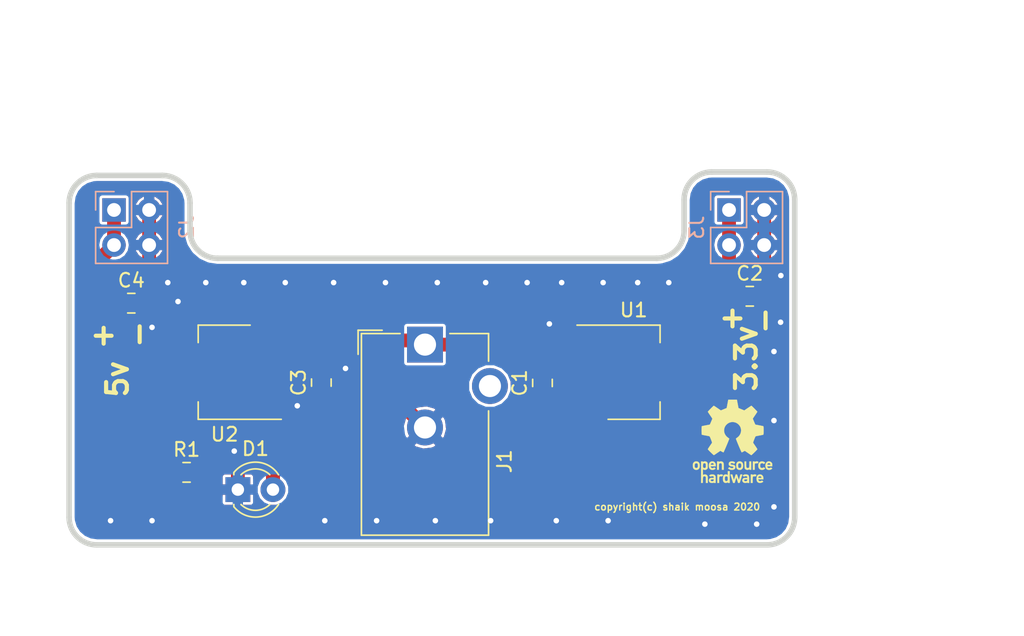
<source format=kicad_pcb>
(kicad_pcb (version 20171130) (host pcbnew 5.0.2+dfsg1-1)

  (general
    (thickness 1.6)
    (drawings 26)
    (tracks 124)
    (zones 0)
    (modules 12)
    (nets 6)
  )

  (page A4)
  (layers
    (0 F.Cu signal)
    (31 B.Cu signal)
    (32 B.Adhes user)
    (33 F.Adhes user)
    (34 B.Paste user)
    (35 F.Paste user)
    (36 B.SilkS user)
    (37 F.SilkS user)
    (38 B.Mask user)
    (39 F.Mask user)
    (40 Dwgs.User user)
    (41 Cmts.User user)
    (42 Eco1.User user)
    (43 Eco2.User user)
    (44 Edge.Cuts user)
    (45 Margin user)
    (46 B.CrtYd user)
    (47 F.CrtYd user)
    (48 B.Fab user)
    (49 F.Fab user)
  )

  (setup
    (last_trace_width 0.25)
    (trace_clearance 0.2)
    (zone_clearance 0.2)
    (zone_45_only no)
    (trace_min 0.2)
    (segment_width 0.2)
    (edge_width 0.4)
    (via_size 0.8)
    (via_drill 0.4)
    (via_min_size 0.4)
    (via_min_drill 0.3)
    (uvia_size 0.3)
    (uvia_drill 0.1)
    (uvias_allowed no)
    (uvia_min_size 0.2)
    (uvia_min_drill 0.1)
    (pcb_text_width 0.3)
    (pcb_text_size 1.5 1.5)
    (mod_edge_width 0.15)
    (mod_text_size 1 1)
    (mod_text_width 0.15)
    (pad_size 1.524 1.524)
    (pad_drill 0.762)
    (pad_to_mask_clearance 0.0762)
    (solder_mask_min_width 0.25)
    (aux_axis_origin 0 0)
    (visible_elements FFFFFF7F)
    (pcbplotparams
      (layerselection 0x010fc_ffffffff)
      (usegerberextensions false)
      (usegerberattributes false)
      (usegerberadvancedattributes false)
      (creategerberjobfile false)
      (excludeedgelayer true)
      (linewidth 0.100000)
      (plotframeref false)
      (viasonmask false)
      (mode 1)
      (useauxorigin false)
      (hpglpennumber 1)
      (hpglpenspeed 20)
      (hpglpendiameter 15.000000)
      (psnegative false)
      (psa4output false)
      (plotreference true)
      (plotvalue true)
      (plotinvisibletext false)
      (padsonsilk false)
      (subtractmaskfromsilk false)
      (outputformat 1)
      (mirror false)
      (drillshape 1)
      (scaleselection 1)
      (outputdirectory ""))
  )

  (net 0 "")
  (net 1 GND)
  (net 2 "Net-(C1-Pad1)")
  (net 3 "Net-(C3-Pad1)")
  (net 4 "Net-(C4-Pad1)")
  (net 5 "Net-(D1-Pad2)")

  (net_class Default "This is the default net class."
    (clearance 0.2)
    (trace_width 0.25)
    (via_dia 0.8)
    (via_drill 0.4)
    (uvia_dia 0.3)
    (uvia_drill 0.1)
    (add_net GND)
    (add_net "Net-(C1-Pad1)")
    (add_net "Net-(C3-Pad1)")
    (add_net "Net-(C4-Pad1)")
    (add_net "Net-(D1-Pad2)")
  )

  (module Capacitor_SMD:C_0805_2012Metric_Pad1.15x1.40mm_HandSolder (layer F.Cu) (tedit 5B36C52B) (tstamp 5F6161CF)
    (at 138.5 54.525 90)
    (descr "Capacitor SMD 0805 (2012 Metric), square (rectangular) end terminal, IPC_7351 nominal with elongated pad for handsoldering. (Body size source: https://docs.google.com/spreadsheets/d/1BsfQQcO9C6DZCsRaXUlFlo91Tg2WpOkGARC1WS5S8t0/edit?usp=sharing), generated with kicad-footprint-generator")
    (tags "capacitor handsolder")
    (path /5F39153B)
    (attr smd)
    (fp_text reference C1 (at 0 -1.65 90) (layer F.SilkS)
      (effects (font (size 1 1) (thickness 0.15)))
    )
    (fp_text value 10uF (at 0 1.65 90) (layer F.Fab)
      (effects (font (size 1 1) (thickness 0.15)))
    )
    (fp_text user %R (at 0 0 90) (layer F.Fab)
      (effects (font (size 0.5 0.5) (thickness 0.08)))
    )
    (fp_line (start 1.85 0.95) (end -1.85 0.95) (layer F.CrtYd) (width 0.05))
    (fp_line (start 1.85 -0.95) (end 1.85 0.95) (layer F.CrtYd) (width 0.05))
    (fp_line (start -1.85 -0.95) (end 1.85 -0.95) (layer F.CrtYd) (width 0.05))
    (fp_line (start -1.85 0.95) (end -1.85 -0.95) (layer F.CrtYd) (width 0.05))
    (fp_line (start -0.261252 0.71) (end 0.261252 0.71) (layer F.SilkS) (width 0.12))
    (fp_line (start -0.261252 -0.71) (end 0.261252 -0.71) (layer F.SilkS) (width 0.12))
    (fp_line (start 1 0.6) (end -1 0.6) (layer F.Fab) (width 0.1))
    (fp_line (start 1 -0.6) (end 1 0.6) (layer F.Fab) (width 0.1))
    (fp_line (start -1 -0.6) (end 1 -0.6) (layer F.Fab) (width 0.1))
    (fp_line (start -1 0.6) (end -1 -0.6) (layer F.Fab) (width 0.1))
    (pad 2 smd roundrect (at 1.025 0 90) (size 1.15 1.4) (layers F.Cu F.Paste F.Mask) (roundrect_rratio 0.217391)
      (net 1 GND))
    (pad 1 smd roundrect (at -1.025 0 90) (size 1.15 1.4) (layers F.Cu F.Paste F.Mask) (roundrect_rratio 0.217391)
      (net 2 "Net-(C1-Pad1)"))
    (model ${KISYS3DMOD}/Capacitor_SMD.3dshapes/C_0805_2012Metric.wrl
      (at (xyz 0 0 0))
      (scale (xyz 1 1 1))
      (rotate (xyz 0 0 0))
    )
  )

  (module Capacitor_SMD:C_0805_2012Metric_Pad1.15x1.40mm_HandSolder (layer F.Cu) (tedit 5B36C52B) (tstamp 5F6161E0)
    (at 153.5 48.25)
    (descr "Capacitor SMD 0805 (2012 Metric), square (rectangular) end terminal, IPC_7351 nominal with elongated pad for handsoldering. (Body size source: https://docs.google.com/spreadsheets/d/1BsfQQcO9C6DZCsRaXUlFlo91Tg2WpOkGARC1WS5S8t0/edit?usp=sharing), generated with kicad-footprint-generator")
    (tags "capacitor handsolder")
    (path /5F39139A)
    (attr smd)
    (fp_text reference C2 (at 0 -1.65) (layer F.SilkS)
      (effects (font (size 1 1) (thickness 0.15)))
    )
    (fp_text value 10uF (at 0 1.65) (layer F.Fab)
      (effects (font (size 1 1) (thickness 0.15)))
    )
    (fp_line (start -1 0.6) (end -1 -0.6) (layer F.Fab) (width 0.1))
    (fp_line (start -1 -0.6) (end 1 -0.6) (layer F.Fab) (width 0.1))
    (fp_line (start 1 -0.6) (end 1 0.6) (layer F.Fab) (width 0.1))
    (fp_line (start 1 0.6) (end -1 0.6) (layer F.Fab) (width 0.1))
    (fp_line (start -0.261252 -0.71) (end 0.261252 -0.71) (layer F.SilkS) (width 0.12))
    (fp_line (start -0.261252 0.71) (end 0.261252 0.71) (layer F.SilkS) (width 0.12))
    (fp_line (start -1.85 0.95) (end -1.85 -0.95) (layer F.CrtYd) (width 0.05))
    (fp_line (start -1.85 -0.95) (end 1.85 -0.95) (layer F.CrtYd) (width 0.05))
    (fp_line (start 1.85 -0.95) (end 1.85 0.95) (layer F.CrtYd) (width 0.05))
    (fp_line (start 1.85 0.95) (end -1.85 0.95) (layer F.CrtYd) (width 0.05))
    (fp_text user %R (at 0 0) (layer F.Fab)
      (effects (font (size 0.5 0.5) (thickness 0.08)))
    )
    (pad 1 smd roundrect (at -1.025 0) (size 1.15 1.4) (layers F.Cu F.Paste F.Mask) (roundrect_rratio 0.217391)
      (net 2 "Net-(C1-Pad1)"))
    (pad 2 smd roundrect (at 1.025 0) (size 1.15 1.4) (layers F.Cu F.Paste F.Mask) (roundrect_rratio 0.217391)
      (net 1 GND))
    (model ${KISYS3DMOD}/Capacitor_SMD.3dshapes/C_0805_2012Metric.wrl
      (at (xyz 0 0 0))
      (scale (xyz 1 1 1))
      (rotate (xyz 0 0 0))
    )
  )

  (module Capacitor_SMD:C_0805_2012Metric_Pad1.15x1.40mm_HandSolder (layer F.Cu) (tedit 5B36C52B) (tstamp 5F6161F1)
    (at 122.5 54.5 90)
    (descr "Capacitor SMD 0805 (2012 Metric), square (rectangular) end terminal, IPC_7351 nominal with elongated pad for handsoldering. (Body size source: https://docs.google.com/spreadsheets/d/1BsfQQcO9C6DZCsRaXUlFlo91Tg2WpOkGARC1WS5S8t0/edit?usp=sharing), generated with kicad-footprint-generator")
    (tags "capacitor handsolder")
    (path /5F39158D)
    (attr smd)
    (fp_text reference C3 (at 0 -1.65 90) (layer F.SilkS)
      (effects (font (size 1 1) (thickness 0.15)))
    )
    (fp_text value 22uF (at 0 1.65 90) (layer F.Fab)
      (effects (font (size 1 1) (thickness 0.15)))
    )
    (fp_line (start -1 0.6) (end -1 -0.6) (layer F.Fab) (width 0.1))
    (fp_line (start -1 -0.6) (end 1 -0.6) (layer F.Fab) (width 0.1))
    (fp_line (start 1 -0.6) (end 1 0.6) (layer F.Fab) (width 0.1))
    (fp_line (start 1 0.6) (end -1 0.6) (layer F.Fab) (width 0.1))
    (fp_line (start -0.261252 -0.71) (end 0.261252 -0.71) (layer F.SilkS) (width 0.12))
    (fp_line (start -0.261252 0.71) (end 0.261252 0.71) (layer F.SilkS) (width 0.12))
    (fp_line (start -1.85 0.95) (end -1.85 -0.95) (layer F.CrtYd) (width 0.05))
    (fp_line (start -1.85 -0.95) (end 1.85 -0.95) (layer F.CrtYd) (width 0.05))
    (fp_line (start 1.85 -0.95) (end 1.85 0.95) (layer F.CrtYd) (width 0.05))
    (fp_line (start 1.85 0.95) (end -1.85 0.95) (layer F.CrtYd) (width 0.05))
    (fp_text user %R (at 0 0 90) (layer F.Fab)
      (effects (font (size 0.5 0.5) (thickness 0.08)))
    )
    (pad 1 smd roundrect (at -1.025 0 90) (size 1.15 1.4) (layers F.Cu F.Paste F.Mask) (roundrect_rratio 0.217391)
      (net 3 "Net-(C3-Pad1)"))
    (pad 2 smd roundrect (at 1.025 0 90) (size 1.15 1.4) (layers F.Cu F.Paste F.Mask) (roundrect_rratio 0.217391)
      (net 1 GND))
    (model ${KISYS3DMOD}/Capacitor_SMD.3dshapes/C_0805_2012Metric.wrl
      (at (xyz 0 0 0))
      (scale (xyz 1 1 1))
      (rotate (xyz 0 0 0))
    )
  )

  (module Capacitor_SMD:C_0805_2012Metric_Pad1.15x1.40mm_HandSolder (layer F.Cu) (tedit 5B36C52B) (tstamp 5F616202)
    (at 108.75 48.75)
    (descr "Capacitor SMD 0805 (2012 Metric), square (rectangular) end terminal, IPC_7351 nominal with elongated pad for handsoldering. (Body size source: https://docs.google.com/spreadsheets/d/1BsfQQcO9C6DZCsRaXUlFlo91Tg2WpOkGARC1WS5S8t0/edit?usp=sharing), generated with kicad-footprint-generator")
    (tags "capacitor handsolder")
    (path /5F39168A)
    (attr smd)
    (fp_text reference C4 (at 0 -1.65) (layer F.SilkS)
      (effects (font (size 1 1) (thickness 0.15)))
    )
    (fp_text value 22uF (at 0 1.65) (layer F.Fab)
      (effects (font (size 1 1) (thickness 0.15)))
    )
    (fp_text user %R (at 0 0) (layer F.Fab)
      (effects (font (size 0.5 0.5) (thickness 0.08)))
    )
    (fp_line (start 1.85 0.95) (end -1.85 0.95) (layer F.CrtYd) (width 0.05))
    (fp_line (start 1.85 -0.95) (end 1.85 0.95) (layer F.CrtYd) (width 0.05))
    (fp_line (start -1.85 -0.95) (end 1.85 -0.95) (layer F.CrtYd) (width 0.05))
    (fp_line (start -1.85 0.95) (end -1.85 -0.95) (layer F.CrtYd) (width 0.05))
    (fp_line (start -0.261252 0.71) (end 0.261252 0.71) (layer F.SilkS) (width 0.12))
    (fp_line (start -0.261252 -0.71) (end 0.261252 -0.71) (layer F.SilkS) (width 0.12))
    (fp_line (start 1 0.6) (end -1 0.6) (layer F.Fab) (width 0.1))
    (fp_line (start 1 -0.6) (end 1 0.6) (layer F.Fab) (width 0.1))
    (fp_line (start -1 -0.6) (end 1 -0.6) (layer F.Fab) (width 0.1))
    (fp_line (start -1 0.6) (end -1 -0.6) (layer F.Fab) (width 0.1))
    (pad 2 smd roundrect (at 1.025 0) (size 1.15 1.4) (layers F.Cu F.Paste F.Mask) (roundrect_rratio 0.217391)
      (net 1 GND))
    (pad 1 smd roundrect (at -1.025 0) (size 1.15 1.4) (layers F.Cu F.Paste F.Mask) (roundrect_rratio 0.217391)
      (net 4 "Net-(C4-Pad1)"))
    (model ${KISYS3DMOD}/Capacitor_SMD.3dshapes/C_0805_2012Metric.wrl
      (at (xyz 0 0 0))
      (scale (xyz 1 1 1))
      (rotate (xyz 0 0 0))
    )
  )

  (module LED_THT:LED_D3.0mm (layer F.Cu) (tedit 587A3A7B) (tstamp 5F616215)
    (at 116.46 62.25)
    (descr "LED, diameter 3.0mm, 2 pins")
    (tags "LED diameter 3.0mm 2 pins")
    (path /5F392617)
    (fp_text reference D1 (at 1.27 -2.96) (layer F.SilkS)
      (effects (font (size 1 1) (thickness 0.15)))
    )
    (fp_text value LED_ALT (at 1.27 2.96) (layer F.Fab)
      (effects (font (size 1 1) (thickness 0.15)))
    )
    (fp_arc (start 1.27 0) (end -0.23 -1.16619) (angle 284.3) (layer F.Fab) (width 0.1))
    (fp_arc (start 1.27 0) (end -0.29 -1.235516) (angle 108.8) (layer F.SilkS) (width 0.12))
    (fp_arc (start 1.27 0) (end -0.29 1.235516) (angle -108.8) (layer F.SilkS) (width 0.12))
    (fp_arc (start 1.27 0) (end 0.229039 -1.08) (angle 87.9) (layer F.SilkS) (width 0.12))
    (fp_arc (start 1.27 0) (end 0.229039 1.08) (angle -87.9) (layer F.SilkS) (width 0.12))
    (fp_circle (center 1.27 0) (end 2.77 0) (layer F.Fab) (width 0.1))
    (fp_line (start -0.23 -1.16619) (end -0.23 1.16619) (layer F.Fab) (width 0.1))
    (fp_line (start -0.29 -1.236) (end -0.29 -1.08) (layer F.SilkS) (width 0.12))
    (fp_line (start -0.29 1.08) (end -0.29 1.236) (layer F.SilkS) (width 0.12))
    (fp_line (start -1.15 -2.25) (end -1.15 2.25) (layer F.CrtYd) (width 0.05))
    (fp_line (start -1.15 2.25) (end 3.7 2.25) (layer F.CrtYd) (width 0.05))
    (fp_line (start 3.7 2.25) (end 3.7 -2.25) (layer F.CrtYd) (width 0.05))
    (fp_line (start 3.7 -2.25) (end -1.15 -2.25) (layer F.CrtYd) (width 0.05))
    (pad 1 thru_hole rect (at 0 0) (size 1.8 1.8) (drill 0.9) (layers *.Cu *.Mask)
      (net 1 GND))
    (pad 2 thru_hole circle (at 2.54 0) (size 1.8 1.8) (drill 0.9) (layers *.Cu *.Mask)
      (net 5 "Net-(D1-Pad2)"))
    (model ${KISYS3DMOD}/LED_THT.3dshapes/LED_D3.0mm.wrl
      (at (xyz 0 0 0))
      (scale (xyz 1 1 1))
      (rotate (xyz 0 0 0))
    )
  )

  (module Connector_BarrelJack:BarrelJack_CUI_PJ-102AH_Horizontal (layer F.Cu) (tedit 5A1DBF38) (tstamp 5F616237)
    (at 130 51.75)
    (descr "Thin-pin DC Barrel Jack, https://cdn-shop.adafruit.com/datasheets/21mmdcjackDatasheet.pdf")
    (tags "Power Jack")
    (path /5F390E4F)
    (fp_text reference J1 (at 5.75 8.45 90) (layer F.SilkS)
      (effects (font (size 1 1) (thickness 0.15)))
    )
    (fp_text value " PJ-102AH " (at -5.5 6.2 90) (layer F.Fab)
      (effects (font (size 1 1) (thickness 0.15)))
    )
    (fp_text user %R (at 0 6.5) (layer F.Fab)
      (effects (font (size 1 1) (thickness 0.15)))
    )
    (fp_line (start 1.8 -1.8) (end 1.8 -1.2) (layer F.CrtYd) (width 0.05))
    (fp_line (start 1.8 -1.2) (end 5 -1.2) (layer F.CrtYd) (width 0.05))
    (fp_line (start 5 -1.2) (end 5 1.2) (layer F.CrtYd) (width 0.05))
    (fp_line (start 5 1.2) (end 6.5 1.2) (layer F.CrtYd) (width 0.05))
    (fp_line (start 6.5 1.2) (end 6.5 4.8) (layer F.CrtYd) (width 0.05))
    (fp_line (start 6.5 4.8) (end 5 4.8) (layer F.CrtYd) (width 0.05))
    (fp_line (start 5 4.8) (end 5 14.2) (layer F.CrtYd) (width 0.05))
    (fp_line (start 5 14.2) (end -5 14.2) (layer F.CrtYd) (width 0.05))
    (fp_line (start -5 14.2) (end -5 -1.2) (layer F.CrtYd) (width 0.05))
    (fp_line (start -5 -1.2) (end -1.8 -1.2) (layer F.CrtYd) (width 0.05))
    (fp_line (start -1.8 -1.2) (end -1.8 -1.8) (layer F.CrtYd) (width 0.05))
    (fp_line (start -1.8 -1.8) (end 1.8 -1.8) (layer F.CrtYd) (width 0.05))
    (fp_line (start 4.6 4.8) (end 4.6 13.8) (layer F.SilkS) (width 0.12))
    (fp_line (start 4.6 13.8) (end -4.6 13.8) (layer F.SilkS) (width 0.12))
    (fp_line (start -4.6 13.8) (end -4.6 -0.8) (layer F.SilkS) (width 0.12))
    (fp_line (start -4.6 -0.8) (end -1.8 -0.8) (layer F.SilkS) (width 0.12))
    (fp_line (start 1.8 -0.8) (end 4.6 -0.8) (layer F.SilkS) (width 0.12))
    (fp_line (start 4.6 -0.8) (end 4.6 1.2) (layer F.SilkS) (width 0.12))
    (fp_line (start -4.84 0.7) (end -4.84 -1.04) (layer F.SilkS) (width 0.12))
    (fp_line (start -4.84 -1.04) (end -3.1 -1.04) (layer F.SilkS) (width 0.12))
    (fp_line (start 4.5 -0.7) (end 4.5 13.7) (layer F.Fab) (width 0.1))
    (fp_line (start 4.5 13.7) (end -4.5 13.7) (layer F.Fab) (width 0.1))
    (fp_line (start -4.5 13.7) (end -4.5 0.3) (layer F.Fab) (width 0.1))
    (fp_line (start -4.5 0.3) (end -3.5 -0.7) (layer F.Fab) (width 0.1))
    (fp_line (start -3.5 -0.7) (end 4.5 -0.7) (layer F.Fab) (width 0.1))
    (fp_line (start -4.5 10.2) (end 4.5 10.2) (layer F.Fab) (width 0.1))
    (pad 1 thru_hole rect (at 0 0) (size 2.6 2.6) (drill 1.6) (layers *.Cu *.Mask)
      (net 2 "Net-(C1-Pad1)"))
    (pad 2 thru_hole circle (at 0 6) (size 2.6 2.6) (drill 1.6) (layers *.Cu *.Mask)
      (net 1 GND))
    (pad 3 thru_hole circle (at 4.7 3) (size 2.6 2.6) (drill 1.6) (layers *.Cu *.Mask))
    (model ${KISYS3DMOD}/Connector_BarrelJack.3dshapes/BarrelJack_CUI_PJ-102AH_Horizontal.wrl
      (at (xyz 0 0 0))
      (scale (xyz 1 1 1))
      (rotate (xyz 0 0 0))
    )
  )

  (module Connector_PinHeader_2.54mm:PinHeader_2x02_P2.54mm_Vertical (layer B.Cu) (tedit 59FED5CC) (tstamp 5F616251)
    (at 107.5 42 270)
    (descr "Through hole straight pin header, 2x02, 2.54mm pitch, double rows")
    (tags "Through hole pin header THT 2x02 2.54mm double row")
    (path /5F393102)
    (fp_text reference J2 (at 1.25 -5.25 270) (layer B.SilkS)
      (effects (font (size 1 1) (thickness 0.15)) (justify mirror))
    )
    (fp_text value Conn_02x02_Odd_Even (at 1.27 -4.87 270) (layer B.Fab)
      (effects (font (size 1 1) (thickness 0.15)) (justify mirror))
    )
    (fp_line (start 0 1.27) (end 3.81 1.27) (layer B.Fab) (width 0.1))
    (fp_line (start 3.81 1.27) (end 3.81 -3.81) (layer B.Fab) (width 0.1))
    (fp_line (start 3.81 -3.81) (end -1.27 -3.81) (layer B.Fab) (width 0.1))
    (fp_line (start -1.27 -3.81) (end -1.27 0) (layer B.Fab) (width 0.1))
    (fp_line (start -1.27 0) (end 0 1.27) (layer B.Fab) (width 0.1))
    (fp_line (start -1.33 -3.87) (end 3.87 -3.87) (layer B.SilkS) (width 0.12))
    (fp_line (start -1.33 -1.27) (end -1.33 -3.87) (layer B.SilkS) (width 0.12))
    (fp_line (start 3.87 1.33) (end 3.87 -3.87) (layer B.SilkS) (width 0.12))
    (fp_line (start -1.33 -1.27) (end 1.27 -1.27) (layer B.SilkS) (width 0.12))
    (fp_line (start 1.27 -1.27) (end 1.27 1.33) (layer B.SilkS) (width 0.12))
    (fp_line (start 1.27 1.33) (end 3.87 1.33) (layer B.SilkS) (width 0.12))
    (fp_line (start -1.33 0) (end -1.33 1.33) (layer B.SilkS) (width 0.12))
    (fp_line (start -1.33 1.33) (end 0 1.33) (layer B.SilkS) (width 0.12))
    (fp_line (start -1.8 1.8) (end -1.8 -4.35) (layer B.CrtYd) (width 0.05))
    (fp_line (start -1.8 -4.35) (end 4.35 -4.35) (layer B.CrtYd) (width 0.05))
    (fp_line (start 4.35 -4.35) (end 4.35 1.8) (layer B.CrtYd) (width 0.05))
    (fp_line (start 4.35 1.8) (end -1.8 1.8) (layer B.CrtYd) (width 0.05))
    (fp_text user %R (at 1.27 -1.27 180) (layer B.Fab)
      (effects (font (size 1 1) (thickness 0.15)) (justify mirror))
    )
    (pad 1 thru_hole rect (at 0 0 270) (size 1.7 1.7) (drill 1) (layers *.Cu *.Mask)
      (net 3 "Net-(C3-Pad1)"))
    (pad 2 thru_hole oval (at 2.54 0 270) (size 1.7 1.7) (drill 1) (layers *.Cu *.Mask)
      (net 3 "Net-(C3-Pad1)"))
    (pad 3 thru_hole oval (at 0 -2.54 270) (size 1.7 1.7) (drill 1) (layers *.Cu *.Mask)
      (net 1 GND))
    (pad 4 thru_hole oval (at 2.54 -2.54 270) (size 1.7 1.7) (drill 1) (layers *.Cu *.Mask)
      (net 1 GND))
    (model ${KISYS3DMOD}/Connector_PinHeader_2.54mm.3dshapes/PinHeader_2x02_P2.54mm_Vertical.wrl
      (at (xyz 0 0 0))
      (scale (xyz 1 1 1))
      (rotate (xyz 0 0 0))
    )
  )

  (module Connector_PinHeader_2.54mm:PinHeader_2x02_P2.54mm_Vertical (layer B.Cu) (tedit 59FED5CC) (tstamp 5F61626B)
    (at 152 42 270)
    (descr "Through hole straight pin header, 2x02, 2.54mm pitch, double rows")
    (tags "Through hole pin header THT 2x02 2.54mm double row")
    (path /5F393260)
    (fp_text reference J3 (at 1.27 2.33 270) (layer B.SilkS)
      (effects (font (size 1 1) (thickness 0.15)) (justify mirror))
    )
    (fp_text value Conn_02x02_Odd_Even (at 1.27 -4.87 270) (layer B.Fab)
      (effects (font (size 1 1) (thickness 0.15)) (justify mirror))
    )
    (fp_text user %R (at 1.27 -1.27 180) (layer B.Fab)
      (effects (font (size 1 1) (thickness 0.15)) (justify mirror))
    )
    (fp_line (start 4.35 1.8) (end -1.8 1.8) (layer B.CrtYd) (width 0.05))
    (fp_line (start 4.35 -4.35) (end 4.35 1.8) (layer B.CrtYd) (width 0.05))
    (fp_line (start -1.8 -4.35) (end 4.35 -4.35) (layer B.CrtYd) (width 0.05))
    (fp_line (start -1.8 1.8) (end -1.8 -4.35) (layer B.CrtYd) (width 0.05))
    (fp_line (start -1.33 1.33) (end 0 1.33) (layer B.SilkS) (width 0.12))
    (fp_line (start -1.33 0) (end -1.33 1.33) (layer B.SilkS) (width 0.12))
    (fp_line (start 1.27 1.33) (end 3.87 1.33) (layer B.SilkS) (width 0.12))
    (fp_line (start 1.27 -1.27) (end 1.27 1.33) (layer B.SilkS) (width 0.12))
    (fp_line (start -1.33 -1.27) (end 1.27 -1.27) (layer B.SilkS) (width 0.12))
    (fp_line (start 3.87 1.33) (end 3.87 -3.87) (layer B.SilkS) (width 0.12))
    (fp_line (start -1.33 -1.27) (end -1.33 -3.87) (layer B.SilkS) (width 0.12))
    (fp_line (start -1.33 -3.87) (end 3.87 -3.87) (layer B.SilkS) (width 0.12))
    (fp_line (start -1.27 0) (end 0 1.27) (layer B.Fab) (width 0.1))
    (fp_line (start -1.27 -3.81) (end -1.27 0) (layer B.Fab) (width 0.1))
    (fp_line (start 3.81 -3.81) (end -1.27 -3.81) (layer B.Fab) (width 0.1))
    (fp_line (start 3.81 1.27) (end 3.81 -3.81) (layer B.Fab) (width 0.1))
    (fp_line (start 0 1.27) (end 3.81 1.27) (layer B.Fab) (width 0.1))
    (pad 4 thru_hole oval (at 2.54 -2.54 270) (size 1.7 1.7) (drill 1) (layers *.Cu *.Mask)
      (net 1 GND))
    (pad 3 thru_hole oval (at 0 -2.54 270) (size 1.7 1.7) (drill 1) (layers *.Cu *.Mask)
      (net 1 GND))
    (pad 2 thru_hole oval (at 2.54 0 270) (size 1.7 1.7) (drill 1) (layers *.Cu *.Mask)
      (net 4 "Net-(C4-Pad1)"))
    (pad 1 thru_hole rect (at 0 0 270) (size 1.7 1.7) (drill 1) (layers *.Cu *.Mask)
      (net 4 "Net-(C4-Pad1)"))
    (model ${KISYS3DMOD}/Connector_PinHeader_2.54mm.3dshapes/PinHeader_2x02_P2.54mm_Vertical.wrl
      (at (xyz 0 0 0))
      (scale (xyz 1 1 1))
      (rotate (xyz 0 0 0))
    )
  )

  (module Resistor_SMD:R_0805_2012Metric_Pad1.15x1.40mm_HandSolder (layer F.Cu) (tedit 5B36C52B) (tstamp 5F61627C)
    (at 112.75 61)
    (descr "Resistor SMD 0805 (2012 Metric), square (rectangular) end terminal, IPC_7351 nominal with elongated pad for handsoldering. (Body size source: https://docs.google.com/spreadsheets/d/1BsfQQcO9C6DZCsRaXUlFlo91Tg2WpOkGARC1WS5S8t0/edit?usp=sharing), generated with kicad-footprint-generator")
    (tags "resistor handsolder")
    (path /5F392757)
    (attr smd)
    (fp_text reference R1 (at 0 -1.65) (layer F.SilkS)
      (effects (font (size 1 1) (thickness 0.15)))
    )
    (fp_text value 1k (at 0 1.65) (layer F.Fab)
      (effects (font (size 1 1) (thickness 0.15)))
    )
    (fp_line (start -1 0.6) (end -1 -0.6) (layer F.Fab) (width 0.1))
    (fp_line (start -1 -0.6) (end 1 -0.6) (layer F.Fab) (width 0.1))
    (fp_line (start 1 -0.6) (end 1 0.6) (layer F.Fab) (width 0.1))
    (fp_line (start 1 0.6) (end -1 0.6) (layer F.Fab) (width 0.1))
    (fp_line (start -0.261252 -0.71) (end 0.261252 -0.71) (layer F.SilkS) (width 0.12))
    (fp_line (start -0.261252 0.71) (end 0.261252 0.71) (layer F.SilkS) (width 0.12))
    (fp_line (start -1.85 0.95) (end -1.85 -0.95) (layer F.CrtYd) (width 0.05))
    (fp_line (start -1.85 -0.95) (end 1.85 -0.95) (layer F.CrtYd) (width 0.05))
    (fp_line (start 1.85 -0.95) (end 1.85 0.95) (layer F.CrtYd) (width 0.05))
    (fp_line (start 1.85 0.95) (end -1.85 0.95) (layer F.CrtYd) (width 0.05))
    (fp_text user %R (at 0 0) (layer F.Fab)
      (effects (font (size 0.5 0.5) (thickness 0.08)))
    )
    (pad 1 smd roundrect (at -1.025 0) (size 1.15 1.4) (layers F.Cu F.Paste F.Mask) (roundrect_rratio 0.217391)
      (net 4 "Net-(C4-Pad1)"))
    (pad 2 smd roundrect (at 1.025 0) (size 1.15 1.4) (layers F.Cu F.Paste F.Mask) (roundrect_rratio 0.217391)
      (net 5 "Net-(D1-Pad2)"))
    (model ${KISYS3DMOD}/Resistor_SMD.3dshapes/R_0805_2012Metric.wrl
      (at (xyz 0 0 0))
      (scale (xyz 1 1 1))
      (rotate (xyz 0 0 0))
    )
  )

  (module Package_TO_SOT_SMD:SOT-223-3_TabPin2 (layer F.Cu) (tedit 5A02FF57) (tstamp 5F616292)
    (at 145.1 53.75)
    (descr "module CMS SOT223 4 pins")
    (tags "CMS SOT")
    (path /5F3910DF)
    (attr smd)
    (fp_text reference U1 (at 0 -4.5) (layer F.SilkS)
      (effects (font (size 1 1) (thickness 0.15)))
    )
    (fp_text value " AZ1117CH-3.3TRG1" (at -2.6 5) (layer F.Fab)
      (effects (font (size 1 1) (thickness 0.15)))
    )
    (fp_text user %R (at 0 0 90) (layer F.Fab)
      (effects (font (size 0.8 0.8) (thickness 0.12)))
    )
    (fp_line (start 1.91 3.41) (end 1.91 2.15) (layer F.SilkS) (width 0.12))
    (fp_line (start 1.91 -3.41) (end 1.91 -2.15) (layer F.SilkS) (width 0.12))
    (fp_line (start 4.4 -3.6) (end -4.4 -3.6) (layer F.CrtYd) (width 0.05))
    (fp_line (start 4.4 3.6) (end 4.4 -3.6) (layer F.CrtYd) (width 0.05))
    (fp_line (start -4.4 3.6) (end 4.4 3.6) (layer F.CrtYd) (width 0.05))
    (fp_line (start -4.4 -3.6) (end -4.4 3.6) (layer F.CrtYd) (width 0.05))
    (fp_line (start -1.85 -2.35) (end -0.85 -3.35) (layer F.Fab) (width 0.1))
    (fp_line (start -1.85 -2.35) (end -1.85 3.35) (layer F.Fab) (width 0.1))
    (fp_line (start -1.85 3.41) (end 1.91 3.41) (layer F.SilkS) (width 0.12))
    (fp_line (start -0.85 -3.35) (end 1.85 -3.35) (layer F.Fab) (width 0.1))
    (fp_line (start -4.1 -3.41) (end 1.91 -3.41) (layer F.SilkS) (width 0.12))
    (fp_line (start -1.85 3.35) (end 1.85 3.35) (layer F.Fab) (width 0.1))
    (fp_line (start 1.85 -3.35) (end 1.85 3.35) (layer F.Fab) (width 0.1))
    (pad 2 smd rect (at 3.15 0) (size 2 3.8) (layers F.Cu F.Paste F.Mask)
      (net 3 "Net-(C3-Pad1)"))
    (pad 2 smd rect (at -3.15 0) (size 2 1.5) (layers F.Cu F.Paste F.Mask)
      (net 3 "Net-(C3-Pad1)"))
    (pad 3 smd rect (at -3.15 2.3) (size 2 1.5) (layers F.Cu F.Paste F.Mask)
      (net 2 "Net-(C1-Pad1)"))
    (pad 1 smd rect (at -3.15 -2.3) (size 2 1.5) (layers F.Cu F.Paste F.Mask)
      (net 1 GND))
    (model ${KISYS3DMOD}/Package_TO_SOT_SMD.3dshapes/SOT-223.wrl
      (at (xyz 0 0 0))
      (scale (xyz 1 1 1))
      (rotate (xyz 0 0 0))
    )
  )

  (module Package_TO_SOT_SMD:SOT-223-3_TabPin2 (layer F.Cu) (tedit 5A02FF57) (tstamp 5F6162A8)
    (at 115.5 53.75 180)
    (descr "module CMS SOT223 4 pins")
    (tags "CMS SOT")
    (path /5F3911DA)
    (attr smd)
    (fp_text reference U2 (at 0 -4.5 180) (layer F.SilkS)
      (effects (font (size 1 1) (thickness 0.15)))
    )
    (fp_text value "AZ1117CH-5.0TRG1 " (at 0 4.5 180) (layer F.Fab)
      (effects (font (size 1 1) (thickness 0.15)))
    )
    (fp_line (start 1.85 -3.35) (end 1.85 3.35) (layer F.Fab) (width 0.1))
    (fp_line (start -1.85 3.35) (end 1.85 3.35) (layer F.Fab) (width 0.1))
    (fp_line (start -4.1 -3.41) (end 1.91 -3.41) (layer F.SilkS) (width 0.12))
    (fp_line (start -0.85 -3.35) (end 1.85 -3.35) (layer F.Fab) (width 0.1))
    (fp_line (start -1.85 3.41) (end 1.91 3.41) (layer F.SilkS) (width 0.12))
    (fp_line (start -1.85 -2.35) (end -1.85 3.35) (layer F.Fab) (width 0.1))
    (fp_line (start -1.85 -2.35) (end -0.85 -3.35) (layer F.Fab) (width 0.1))
    (fp_line (start -4.4 -3.6) (end -4.4 3.6) (layer F.CrtYd) (width 0.05))
    (fp_line (start -4.4 3.6) (end 4.4 3.6) (layer F.CrtYd) (width 0.05))
    (fp_line (start 4.4 3.6) (end 4.4 -3.6) (layer F.CrtYd) (width 0.05))
    (fp_line (start 4.4 -3.6) (end -4.4 -3.6) (layer F.CrtYd) (width 0.05))
    (fp_line (start 1.91 -3.41) (end 1.91 -2.15) (layer F.SilkS) (width 0.12))
    (fp_line (start 1.91 3.41) (end 1.91 2.15) (layer F.SilkS) (width 0.12))
    (fp_text user %R (at 0 0 270) (layer F.Fab)
      (effects (font (size 0.8 0.8) (thickness 0.12)))
    )
    (pad 1 smd rect (at -3.15 -2.3 180) (size 2 1.5) (layers F.Cu F.Paste F.Mask)
      (net 1 GND))
    (pad 3 smd rect (at -3.15 2.3 180) (size 2 1.5) (layers F.Cu F.Paste F.Mask)
      (net 2 "Net-(C1-Pad1)"))
    (pad 2 smd rect (at -3.15 0 180) (size 2 1.5) (layers F.Cu F.Paste F.Mask)
      (net 4 "Net-(C4-Pad1)"))
    (pad 2 smd rect (at 3.15 0 180) (size 2 3.8) (layers F.Cu F.Paste F.Mask)
      (net 4 "Net-(C4-Pad1)"))
    (model ${KISYS3DMOD}/Package_TO_SOT_SMD.3dshapes/SOT-223.wrl
      (at (xyz 0 0 0))
      (scale (xyz 1 1 1))
      (rotate (xyz 0 0 0))
    )
  )

  (module Symbol:OSHW-Logo_5.7x6mm_SilkScreen (layer F.Cu) (tedit 0) (tstamp 5F6E44CB)
    (at 152.25 58.75)
    (descr "Open Source Hardware Logo")
    (tags "Logo OSHW")
    (attr virtual)
    (fp_text reference REF** (at 0 0) (layer F.SilkS) hide
      (effects (font (size 1 1) (thickness 0.15)))
    )
    (fp_text value OSHW-Logo_5.7x6mm_SilkScreen (at 0.75 0) (layer F.Fab) hide
      (effects (font (size 1 1) (thickness 0.15)))
    )
    (fp_poly (pts (xy 0.376964 -2.709982) (xy 0.433812 -2.40843) (xy 0.853338 -2.235488) (xy 1.104984 -2.406605)
      (xy 1.175458 -2.45425) (xy 1.239163 -2.49679) (xy 1.293126 -2.532285) (xy 1.334373 -2.55879)
      (xy 1.359934 -2.574364) (xy 1.366895 -2.577722) (xy 1.379435 -2.569086) (xy 1.406231 -2.545208)
      (xy 1.44428 -2.509141) (xy 1.490579 -2.463933) (xy 1.542123 -2.412636) (xy 1.595909 -2.358299)
      (xy 1.648935 -2.303972) (xy 1.698195 -2.252705) (xy 1.740687 -2.207549) (xy 1.773407 -2.171554)
      (xy 1.793351 -2.14777) (xy 1.798119 -2.13981) (xy 1.791257 -2.125135) (xy 1.77202 -2.092986)
      (xy 1.74243 -2.046508) (xy 1.70451 -1.988844) (xy 1.660282 -1.92314) (xy 1.634654 -1.885664)
      (xy 1.587941 -1.817232) (xy 1.546432 -1.75548) (xy 1.51214 -1.703481) (xy 1.48708 -1.664308)
      (xy 1.473264 -1.641035) (xy 1.471188 -1.636145) (xy 1.475895 -1.622245) (xy 1.488723 -1.58985)
      (xy 1.507738 -1.543515) (xy 1.531003 -1.487794) (xy 1.556584 -1.427242) (xy 1.582545 -1.366414)
      (xy 1.60695 -1.309864) (xy 1.627863 -1.262148) (xy 1.643349 -1.227819) (xy 1.651472 -1.211432)
      (xy 1.651952 -1.210788) (xy 1.664707 -1.207659) (xy 1.698677 -1.200679) (xy 1.75034 -1.190533)
      (xy 1.816176 -1.177908) (xy 1.892664 -1.163491) (xy 1.93729 -1.155177) (xy 2.019021 -1.139616)
      (xy 2.092843 -1.124808) (xy 2.155021 -1.111564) (xy 2.201822 -1.100695) (xy 2.229509 -1.093011)
      (xy 2.235074 -1.090573) (xy 2.240526 -1.07407) (xy 2.244924 -1.0368) (xy 2.248272 -0.98312)
      (xy 2.250574 -0.917388) (xy 2.251832 -0.843963) (xy 2.252048 -0.767204) (xy 2.251227 -0.691468)
      (xy 2.249371 -0.621114) (xy 2.246482 -0.5605) (xy 2.242565 -0.513984) (xy 2.237622 -0.485925)
      (xy 2.234657 -0.480084) (xy 2.216934 -0.473083) (xy 2.179381 -0.463073) (xy 2.126964 -0.451231)
      (xy 2.064652 -0.438733) (xy 2.0429 -0.43469) (xy 1.938024 -0.41548) (xy 1.85518 -0.400009)
      (xy 1.79163 -0.387663) (xy 1.744637 -0.377827) (xy 1.711463 -0.369886) (xy 1.689371 -0.363224)
      (xy 1.675624 -0.357227) (xy 1.667484 -0.351281) (xy 1.666345 -0.350106) (xy 1.654977 -0.331174)
      (xy 1.637635 -0.294331) (xy 1.61605 -0.244087) (xy 1.591954 -0.184954) (xy 1.567079 -0.121444)
      (xy 1.543157 -0.058068) (xy 1.521919 0.000662) (xy 1.505097 0.050235) (xy 1.494422 0.086139)
      (xy 1.491627 0.103862) (xy 1.49186 0.104483) (xy 1.501331 0.11897) (xy 1.522818 0.150844)
      (xy 1.554063 0.196789) (xy 1.592807 0.253485) (xy 1.636793 0.317617) (xy 1.649319 0.335842)
      (xy 1.693984 0.401914) (xy 1.733288 0.4622) (xy 1.765088 0.513235) (xy 1.787245 0.55156)
      (xy 1.797617 0.573711) (xy 1.798119 0.576432) (xy 1.789405 0.590736) (xy 1.765325 0.619072)
      (xy 1.728976 0.658396) (xy 1.683453 0.705661) (xy 1.631852 0.757823) (xy 1.577267 0.811835)
      (xy 1.522794 0.864653) (xy 1.471529 0.913231) (xy 1.426567 0.954523) (xy 1.391004 0.985485)
      (xy 1.367935 1.00307) (xy 1.361554 1.005941) (xy 1.346699 0.999178) (xy 1.316286 0.980939)
      (xy 1.275268 0.954297) (xy 1.243709 0.932852) (xy 1.186525 0.893503) (xy 1.118806 0.847171)
      (xy 1.05088 0.800913) (xy 1.014361 0.776155) (xy 0.890752 0.692547) (xy 0.786991 0.74865)
      (xy 0.73972 0.773228) (xy 0.699523 0.792331) (xy 0.672326 0.803227) (xy 0.665402 0.804743)
      (xy 0.657077 0.793549) (xy 0.640654 0.761917) (xy 0.617357 0.712765) (xy 0.588414 0.64901)
      (xy 0.55505 0.573571) (xy 0.518491 0.489364) (xy 0.479964 0.399308) (xy 0.440694 0.306321)
      (xy 0.401908 0.21332) (xy 0.36483 0.123223) (xy 0.330689 0.038948) (xy 0.300708 -0.036587)
      (xy 0.276116 -0.100466) (xy 0.258136 -0.149769) (xy 0.247997 -0.181579) (xy 0.246366 -0.192504)
      (xy 0.259291 -0.206439) (xy 0.287589 -0.22906) (xy 0.325346 -0.255667) (xy 0.328515 -0.257772)
      (xy 0.4261 -0.335886) (xy 0.504786 -0.427018) (xy 0.563891 -0.528255) (xy 0.602732 -0.636682)
      (xy 0.620628 -0.749386) (xy 0.616897 -0.863452) (xy 0.590857 -0.975966) (xy 0.541825 -1.084015)
      (xy 0.5274 -1.107655) (xy 0.452369 -1.203113) (xy 0.36373 -1.279768) (xy 0.264549 -1.33722)
      (xy 0.157895 -1.375071) (xy 0.046836 -1.392922) (xy -0.065561 -1.390375) (xy -0.176227 -1.36703)
      (xy -0.282094 -1.32249) (xy -0.380095 -1.256355) (xy -0.41041 -1.229513) (xy -0.487562 -1.145488)
      (xy -0.543782 -1.057034) (xy -0.582347 -0.957885) (xy -0.603826 -0.859697) (xy -0.609128 -0.749303)
      (xy -0.591448 -0.63836) (xy -0.552581 -0.530619) (xy -0.494323 -0.429831) (xy -0.418469 -0.339744)
      (xy -0.326817 -0.264108) (xy -0.314772 -0.256136) (xy -0.276611 -0.230026) (xy -0.247601 -0.207405)
      (xy -0.233732 -0.192961) (xy -0.233531 -0.192504) (xy -0.236508 -0.176879) (xy -0.248311 -0.141418)
      (xy -0.267714 -0.089038) (xy -0.293488 -0.022655) (xy -0.324409 0.054814) (xy -0.359249 0.14045)
      (xy -0.396783 0.231337) (xy -0.435783 0.324559) (xy -0.475023 0.417197) (xy -0.513276 0.506335)
      (xy -0.549317 0.589055) (xy -0.581917 0.662441) (xy -0.609852 0.723575) (xy -0.631895 0.769541)
      (xy -0.646818 0.797421) (xy -0.652828 0.804743) (xy -0.671191 0.799041) (xy -0.705552 0.783749)
      (xy -0.749984 0.761599) (xy -0.774417 0.74865) (xy -0.878178 0.692547) (xy -1.001787 0.776155)
      (xy -1.064886 0.818987) (xy -1.13397 0.866122) (xy -1.198707 0.910503) (xy -1.231134 0.932852)
      (xy -1.276741 0.963477) (xy -1.31536 0.987747) (xy -1.341952 1.002587) (xy -1.35059 1.005724)
      (xy -1.363161 0.997261) (xy -1.390984 0.973636) (xy -1.431361 0.937302) (xy -1.481595 0.890711)
      (xy -1.538988 0.836317) (xy -1.575286 0.801392) (xy -1.63879 0.738996) (xy -1.693673 0.683188)
      (xy -1.737714 0.636354) (xy -1.768695 0.600882) (xy -1.784398 0.579161) (xy -1.785905 0.574752)
      (xy -1.778914 0.557985) (xy -1.759594 0.524082) (xy -1.730091 0.476476) (xy -1.692545 0.418599)
      (xy -1.6491 0.353884) (xy -1.636745 0.335842) (xy -1.591727 0.270267) (xy -1.55134 0.211228)
      (xy -1.51784 0.162042) (xy -1.493486 0.126028) (xy -1.480536 0.106502) (xy -1.479285 0.104483)
      (xy -1.481156 0.088922) (xy -1.491087 0.054709) (xy -1.507347 0.006355) (xy -1.528205 -0.051629)
      (xy -1.551927 -0.11473) (xy -1.576784 -0.178437) (xy -1.601042 -0.238239) (xy -1.622971 -0.289624)
      (xy -1.640838 -0.328081) (xy -1.652913 -0.349098) (xy -1.653771 -0.350106) (xy -1.661154 -0.356112)
      (xy -1.673625 -0.362052) (xy -1.69392 -0.36854) (xy -1.724778 -0.376191) (xy -1.768934 -0.38562)
      (xy -1.829126 -0.397441) (xy -1.908093 -0.412271) (xy -2.00857 -0.430723) (xy -2.030325 -0.43469)
      (xy -2.094802 -0.447147) (xy -2.151011 -0.459334) (xy -2.193987 -0.470074) (xy -2.21876 -0.478191)
      (xy -2.222082 -0.480084) (xy -2.227556 -0.496862) (xy -2.232006 -0.534355) (xy -2.235428 -0.588206)
      (xy -2.237819 -0.654056) (xy -2.239177 -0.727547) (xy -2.239499 -0.80432) (xy -2.238781 -0.880017)
      (xy -2.237021 -0.95028) (xy -2.234216 -1.01075) (xy -2.230362 -1.05707) (xy -2.225457 -1.084881)
      (xy -2.2225 -1.090573) (xy -2.206037 -1.096314) (xy -2.168551 -1.105655) (xy -2.113775 -1.117785)
      (xy -2.045445 -1.131893) (xy -1.967294 -1.14717) (xy -1.924716 -1.155177) (xy -1.843929 -1.170279)
      (xy -1.771887 -1.18396) (xy -1.712111 -1.195533) (xy -1.668121 -1.204313) (xy -1.643439 -1.209613)
      (xy -1.639377 -1.210788) (xy -1.632511 -1.224035) (xy -1.617998 -1.255943) (xy -1.597771 -1.301953)
      (xy -1.573766 -1.357508) (xy -1.547918 -1.418047) (xy -1.52216 -1.479014) (xy -1.498427 -1.535849)
      (xy -1.478654 -1.583994) (xy -1.464776 -1.61889) (xy -1.458726 -1.635979) (xy -1.458614 -1.636726)
      (xy -1.465472 -1.650207) (xy -1.484698 -1.68123) (xy -1.514272 -1.726711) (xy -1.552173 -1.783568)
      (xy -1.59638 -1.848717) (xy -1.622079 -1.886138) (xy -1.668907 -1.954753) (xy -1.710499 -2.017048)
      (xy -1.744825 -2.069871) (xy -1.769857 -2.110073) (xy -1.783565 -2.1345) (xy -1.785544 -2.139976)
      (xy -1.777034 -2.152722) (xy -1.753507 -2.179937) (xy -1.717968 -2.218572) (xy -1.673423 -2.265577)
      (xy -1.622877 -2.317905) (xy -1.569336 -2.372505) (xy -1.515805 -2.42633) (xy -1.465289 -2.47633)
      (xy -1.420794 -2.519457) (xy -1.385325 -2.552661) (xy -1.361887 -2.572894) (xy -1.354046 -2.577722)
      (xy -1.34128 -2.570933) (xy -1.310744 -2.551858) (xy -1.26541 -2.522439) (xy -1.208244 -2.484619)
      (xy -1.142216 -2.440339) (xy -1.09241 -2.406605) (xy -0.840764 -2.235488) (xy -0.631001 -2.321959)
      (xy -0.421237 -2.40843) (xy -0.364389 -2.709982) (xy -0.30754 -3.011534) (xy 0.320115 -3.011534)
      (xy 0.376964 -2.709982)) (layer F.SilkS) (width 0.01))
    (fp_poly (pts (xy 1.79946 1.45803) (xy 1.842711 1.471245) (xy 1.870558 1.487941) (xy 1.879629 1.501145)
      (xy 1.877132 1.516797) (xy 1.860931 1.541385) (xy 1.847232 1.5588) (xy 1.818992 1.590283)
      (xy 1.797775 1.603529) (xy 1.779688 1.602664) (xy 1.726035 1.58901) (xy 1.68663 1.58963)
      (xy 1.654632 1.605104) (xy 1.64389 1.614161) (xy 1.609505 1.646027) (xy 1.609505 2.062179)
      (xy 1.471188 2.062179) (xy 1.471188 1.458614) (xy 1.540347 1.458614) (xy 1.581869 1.460256)
      (xy 1.603291 1.466087) (xy 1.609502 1.477461) (xy 1.609505 1.477798) (xy 1.612439 1.489713)
      (xy 1.625704 1.488159) (xy 1.644084 1.479563) (xy 1.682046 1.463568) (xy 1.712872 1.453945)
      (xy 1.752536 1.451478) (xy 1.79946 1.45803)) (layer F.SilkS) (width 0.01))
    (fp_poly (pts (xy -0.754012 1.469002) (xy -0.722717 1.48395) (xy -0.692409 1.505541) (xy -0.669318 1.530391)
      (xy -0.6525 1.562087) (xy -0.641006 1.604214) (xy -0.633891 1.660358) (xy -0.630207 1.734106)
      (xy -0.629008 1.829044) (xy -0.628989 1.838985) (xy -0.628713 2.062179) (xy -0.76703 2.062179)
      (xy -0.76703 1.856418) (xy -0.767128 1.780189) (xy -0.767809 1.724939) (xy -0.769651 1.686501)
      (xy -0.773233 1.660706) (xy -0.779132 1.643384) (xy -0.787927 1.630368) (xy -0.80018 1.617507)
      (xy -0.843047 1.589873) (xy -0.889843 1.584745) (xy -0.934424 1.602217) (xy -0.949928 1.615221)
      (xy -0.96131 1.627447) (xy -0.969481 1.64054) (xy -0.974974 1.658615) (xy -0.97832 1.685787)
      (xy -0.980051 1.72617) (xy -0.980697 1.783879) (xy -0.980792 1.854132) (xy -0.980792 2.062179)
      (xy -1.119109 2.062179) (xy -1.119109 1.458614) (xy -1.04995 1.458614) (xy -1.008428 1.460256)
      (xy -0.987006 1.466087) (xy -0.980795 1.477461) (xy -0.980792 1.477798) (xy -0.97791 1.488938)
      (xy -0.965199 1.487674) (xy -0.939926 1.475434) (xy -0.882605 1.457424) (xy -0.817037 1.455421)
      (xy -0.754012 1.469002)) (layer F.SilkS) (width 0.01))
    (fp_poly (pts (xy 2.677898 1.456457) (xy 2.710096 1.464279) (xy 2.771825 1.492921) (xy 2.82461 1.536667)
      (xy 2.861141 1.589117) (xy 2.86616 1.600893) (xy 2.873045 1.63174) (xy 2.877864 1.677371)
      (xy 2.879505 1.723492) (xy 2.879505 1.810693) (xy 2.697178 1.810693) (xy 2.621979 1.810978)
      (xy 2.569003 1.812704) (xy 2.535325 1.817181) (xy 2.51802 1.82572) (xy 2.514163 1.83963)
      (xy 2.520829 1.860222) (xy 2.53277 1.884315) (xy 2.56608 1.924525) (xy 2.612368 1.944558)
      (xy 2.668944 1.943905) (xy 2.733031 1.922101) (xy 2.788417 1.895193) (xy 2.834375 1.931532)
      (xy 2.880333 1.967872) (xy 2.837096 2.007819) (xy 2.779374 2.045563) (xy 2.708386 2.06832)
      (xy 2.632029 2.074688) (xy 2.558199 2.063268) (xy 2.546287 2.059393) (xy 2.481399 2.025506)
      (xy 2.43313 1.974986) (xy 2.400465 1.906325) (xy 2.382385 1.818014) (xy 2.382175 1.816121)
      (xy 2.380556 1.719878) (xy 2.3871 1.685542) (xy 2.514852 1.685542) (xy 2.526584 1.690822)
      (xy 2.558438 1.694867) (xy 2.605397 1.697176) (xy 2.635154 1.697525) (xy 2.690648 1.697306)
      (xy 2.725346 1.695916) (xy 2.743601 1.692251) (xy 2.749766 1.68521) (xy 2.748195 1.67369)
      (xy 2.746878 1.669233) (xy 2.724382 1.627355) (xy 2.689003 1.593604) (xy 2.65778 1.578773)
      (xy 2.616301 1.579668) (xy 2.574269 1.598164) (xy 2.539012 1.628786) (xy 2.517854 1.666062)
      (xy 2.514852 1.685542) (xy 2.3871 1.685542) (xy 2.39669 1.635229) (xy 2.428698 1.564191)
      (xy 2.474701 1.508779) (xy 2.532821 1.471009) (xy 2.60118 1.452896) (xy 2.677898 1.456457)) (layer F.SilkS) (width 0.01))
    (fp_poly (pts (xy 2.217226 1.46388) (xy 2.29008 1.49483) (xy 2.313027 1.509895) (xy 2.342354 1.533048)
      (xy 2.360764 1.551253) (xy 2.363961 1.557183) (xy 2.354935 1.57034) (xy 2.331837 1.592667)
      (xy 2.313344 1.60825) (xy 2.262728 1.648926) (xy 2.22276 1.615295) (xy 2.191874 1.593584)
      (xy 2.161759 1.58609) (xy 2.127292 1.58792) (xy 2.072561 1.601528) (xy 2.034886 1.629772)
      (xy 2.011991 1.675433) (xy 2.001597 1.741289) (xy 2.001595 1.741331) (xy 2.002494 1.814939)
      (xy 2.016463 1.868946) (xy 2.044328 1.905716) (xy 2.063325 1.918168) (xy 2.113776 1.933673)
      (xy 2.167663 1.933683) (xy 2.214546 1.918638) (xy 2.225644 1.911287) (xy 2.253476 1.892511)
      (xy 2.275236 1.889434) (xy 2.298704 1.903409) (xy 2.324649 1.92851) (xy 2.365716 1.97088)
      (xy 2.320121 2.008464) (xy 2.249674 2.050882) (xy 2.170233 2.071785) (xy 2.087215 2.070272)
      (xy 2.032694 2.056411) (xy 1.96897 2.022135) (xy 1.918005 1.968212) (xy 1.894851 1.930149)
      (xy 1.876099 1.875536) (xy 1.866715 1.806369) (xy 1.866643 1.731407) (xy 1.875824 1.659409)
      (xy 1.894199 1.599137) (xy 1.897093 1.592958) (xy 1.939952 1.532351) (xy 1.997979 1.488224)
      (xy 2.066591 1.461493) (xy 2.141201 1.453073) (xy 2.217226 1.46388)) (layer F.SilkS) (width 0.01))
    (fp_poly (pts (xy 0.993367 1.654342) (xy 0.994555 1.746563) (xy 0.998897 1.81661) (xy 1.007558 1.867381)
      (xy 1.021704 1.901772) (xy 1.0425 1.922679) (xy 1.07111 1.933) (xy 1.106535 1.935636)
      (xy 1.143636 1.932682) (xy 1.171818 1.921889) (xy 1.192243 1.90036) (xy 1.206079 1.865199)
      (xy 1.214491 1.81351) (xy 1.218643 1.742394) (xy 1.219703 1.654342) (xy 1.219703 1.458614)
      (xy 1.35802 1.458614) (xy 1.35802 2.062179) (xy 1.288862 2.062179) (xy 1.24717 2.060489)
      (xy 1.225701 2.054556) (xy 1.219703 2.043293) (xy 1.216091 2.033261) (xy 1.201714 2.035383)
      (xy 1.172736 2.04958) (xy 1.106319 2.07148) (xy 1.035875 2.069928) (xy 0.968377 2.046147)
      (xy 0.936233 2.027362) (xy 0.911715 2.007022) (xy 0.893804 1.981573) (xy 0.881479 1.947458)
      (xy 0.873723 1.901121) (xy 0.869516 1.839007) (xy 0.86784 1.757561) (xy 0.867624 1.694578)
      (xy 0.867624 1.458614) (xy 0.993367 1.458614) (xy 0.993367 1.654342)) (layer F.SilkS) (width 0.01))
    (fp_poly (pts (xy 0.610762 1.466055) (xy 0.674363 1.500692) (xy 0.724123 1.555372) (xy 0.747568 1.599842)
      (xy 0.757634 1.639121) (xy 0.764156 1.695116) (xy 0.766951 1.759621) (xy 0.765836 1.824429)
      (xy 0.760626 1.881334) (xy 0.754541 1.911727) (xy 0.734014 1.953306) (xy 0.698463 1.997468)
      (xy 0.655619 2.036087) (xy 0.613211 2.061034) (xy 0.612177 2.06143) (xy 0.559553 2.072331)
      (xy 0.497188 2.072601) (xy 0.437924 2.062676) (xy 0.41504 2.054722) (xy 0.356102 2.0213)
      (xy 0.31389 1.977511) (xy 0.286156 1.919538) (xy 0.270651 1.843565) (xy 0.267143 1.803771)
      (xy 0.26759 1.753766) (xy 0.402376 1.753766) (xy 0.406917 1.826732) (xy 0.419986 1.882334)
      (xy 0.440756 1.917861) (xy 0.455552 1.92802) (xy 0.493464 1.935104) (xy 0.538527 1.933007)
      (xy 0.577487 1.922812) (xy 0.587704 1.917204) (xy 0.614659 1.884538) (xy 0.632451 1.834545)
      (xy 0.640024 1.773705) (xy 0.636325 1.708497) (xy 0.628057 1.669253) (xy 0.60432 1.623805)
      (xy 0.566849 1.595396) (xy 0.52172 1.585573) (xy 0.475011 1.595887) (xy 0.439132 1.621112)
      (xy 0.420277 1.641925) (xy 0.409272 1.662439) (xy 0.404026 1.690203) (xy 0.402449 1.732762)
      (xy 0.402376 1.753766) (xy 0.26759 1.753766) (xy 0.268094 1.69758) (xy 0.285388 1.610501)
      (xy 0.319029 1.54253) (xy 0.369018 1.493664) (xy 0.435356 1.463899) (xy 0.449601 1.460448)
      (xy 0.53521 1.452345) (xy 0.610762 1.466055)) (layer F.SilkS) (width 0.01))
    (fp_poly (pts (xy 0.014017 1.456452) (xy 0.061634 1.465482) (xy 0.111034 1.48437) (xy 0.116312 1.486777)
      (xy 0.153774 1.506476) (xy 0.179717 1.524781) (xy 0.188103 1.536508) (xy 0.180117 1.555632)
      (xy 0.16072 1.58385) (xy 0.15211 1.594384) (xy 0.116628 1.635847) (xy 0.070885 1.608858)
      (xy 0.02735 1.590878) (xy -0.02295 1.581267) (xy -0.071188 1.58066) (xy -0.108533 1.589691)
      (xy -0.117495 1.595327) (xy -0.134563 1.621171) (xy -0.136637 1.650941) (xy -0.123866 1.674197)
      (xy -0.116312 1.678708) (xy -0.093675 1.684309) (xy -0.053885 1.690892) (xy -0.004834 1.697183)
      (xy 0.004215 1.69817) (xy 0.082996 1.711798) (xy 0.140136 1.734946) (xy 0.17803 1.769752)
      (xy 0.199079 1.818354) (xy 0.205635 1.877718) (xy 0.196577 1.945198) (xy 0.167164 1.998188)
      (xy 0.117278 2.036783) (xy 0.0468 2.061081) (xy -0.031435 2.070667) (xy -0.095234 2.070552)
      (xy -0.146984 2.061845) (xy -0.182327 2.049825) (xy -0.226983 2.02888) (xy -0.268253 2.004574)
      (xy -0.282921 1.993876) (xy -0.320643 1.963084) (xy -0.275148 1.917049) (xy -0.229653 1.871013)
      (xy -0.177928 1.905243) (xy -0.126048 1.930952) (xy -0.070649 1.944399) (xy -0.017395 1.945818)
      (xy 0.028049 1.935443) (xy 0.060016 1.913507) (xy 0.070338 1.894998) (xy 0.068789 1.865314)
      (xy 0.04314 1.842615) (xy -0.00654 1.82694) (xy -0.060969 1.819695) (xy -0.144736 1.805873)
      (xy -0.206967 1.779796) (xy -0.248493 1.740699) (xy -0.270147 1.68782) (xy -0.273147 1.625126)
      (xy -0.258329 1.559642) (xy -0.224546 1.510144) (xy -0.171495 1.476408) (xy -0.098874 1.458207)
      (xy -0.045072 1.454639) (xy 0.014017 1.456452)) (layer F.SilkS) (width 0.01))
    (fp_poly (pts (xy -1.356699 1.472614) (xy -1.344168 1.478514) (xy -1.300799 1.510283) (xy -1.25979 1.556646)
      (xy -1.229168 1.607696) (xy -1.220459 1.631166) (xy -1.212512 1.673091) (xy -1.207774 1.723757)
      (xy -1.207199 1.744679) (xy -1.207129 1.810693) (xy -1.587083 1.810693) (xy -1.578983 1.845273)
      (xy -1.559104 1.88617) (xy -1.524347 1.921514) (xy -1.482998 1.944282) (xy -1.456649 1.94901)
      (xy -1.420916 1.943273) (xy -1.378282 1.928882) (xy -1.363799 1.922262) (xy -1.31024 1.895513)
      (xy -1.264533 1.930376) (xy -1.238158 1.953955) (xy -1.224124 1.973417) (xy -1.223414 1.979129)
      (xy -1.235951 1.992973) (xy -1.263428 2.014012) (xy -1.288366 2.030425) (xy -1.355664 2.05993)
      (xy -1.43111 2.073284) (xy -1.505888 2.069812) (xy -1.565495 2.051663) (xy -1.626941 2.012784)
      (xy -1.670608 1.961595) (xy -1.697926 1.895367) (xy -1.710322 1.811371) (xy -1.711421 1.772936)
      (xy -1.707022 1.684861) (xy -1.706482 1.682299) (xy -1.580582 1.682299) (xy -1.577115 1.690558)
      (xy -1.562863 1.695113) (xy -1.53347 1.697065) (xy -1.484575 1.697517) (xy -1.465748 1.697525)
      (xy -1.408467 1.696843) (xy -1.372141 1.694364) (xy -1.352604 1.689443) (xy -1.34569 1.681434)
      (xy -1.345445 1.678862) (xy -1.353336 1.658423) (xy -1.373085 1.629789) (xy -1.381575 1.619763)
      (xy -1.413094 1.591408) (xy -1.445949 1.580259) (xy -1.463651 1.579327) (xy -1.511539 1.590981)
      (xy -1.551699 1.622285) (xy -1.577173 1.667752) (xy -1.577625 1.669233) (xy -1.580582 1.682299)
      (xy -1.706482 1.682299) (xy -1.692392 1.61551) (xy -1.666038 1.560025) (xy -1.633807 1.520639)
      (xy -1.574217 1.477931) (xy -1.504168 1.455109) (xy -1.429661 1.453046) (xy -1.356699 1.472614)) (layer F.SilkS) (width 0.01))
    (fp_poly (pts (xy -2.538261 1.465148) (xy -2.472479 1.494231) (xy -2.42254 1.542793) (xy -2.388374 1.610908)
      (xy -2.369907 1.698651) (xy -2.368583 1.712351) (xy -2.367546 1.808939) (xy -2.380993 1.893602)
      (xy -2.408108 1.962221) (xy -2.422627 1.984294) (xy -2.473201 2.031011) (xy -2.537609 2.061268)
      (xy -2.609666 2.073824) (xy -2.683185 2.067439) (xy -2.739072 2.047772) (xy -2.787132 2.014629)
      (xy -2.826412 1.971175) (xy -2.827092 1.970158) (xy -2.843044 1.943338) (xy -2.85341 1.916368)
      (xy -2.859688 1.882332) (xy -2.863373 1.83431) (xy -2.864997 1.794931) (xy -2.865672 1.759219)
      (xy -2.739955 1.759219) (xy -2.738726 1.79477) (xy -2.734266 1.842094) (xy -2.726397 1.872465)
      (xy -2.712207 1.894072) (xy -2.698917 1.906694) (xy -2.651802 1.933122) (xy -2.602505 1.936653)
      (xy -2.556593 1.917639) (xy -2.533638 1.896331) (xy -2.517096 1.874859) (xy -2.507421 1.854313)
      (xy -2.503174 1.827574) (xy -2.50292 1.787523) (xy -2.504228 1.750638) (xy -2.507043 1.697947)
      (xy -2.511505 1.663772) (xy -2.519548 1.64148) (xy -2.533103 1.624442) (xy -2.543845 1.614703)
      (xy -2.588777 1.589123) (xy -2.637249 1.587847) (xy -2.677894 1.602999) (xy -2.712567 1.634642)
      (xy -2.733224 1.68662) (xy -2.739955 1.759219) (xy -2.865672 1.759219) (xy -2.866479 1.716621)
      (xy -2.863948 1.658056) (xy -2.856362 1.614007) (xy -2.842681 1.579248) (xy -2.821865 1.548551)
      (xy -2.814147 1.539436) (xy -2.765889 1.494021) (xy -2.714128 1.467493) (xy -2.650828 1.456379)
      (xy -2.619961 1.455471) (xy -2.538261 1.465148)) (layer F.SilkS) (width 0.01))
    (fp_poly (pts (xy 2.032581 2.40497) (xy 2.092685 2.420597) (xy 2.143021 2.452848) (xy 2.167393 2.47694)
      (xy 2.207345 2.533895) (xy 2.230242 2.599965) (xy 2.238108 2.681182) (xy 2.238148 2.687748)
      (xy 2.238218 2.753763) (xy 1.858264 2.753763) (xy 1.866363 2.788342) (xy 1.880987 2.819659)
      (xy 1.906581 2.852291) (xy 1.911935 2.8575) (xy 1.957943 2.885694) (xy 2.01041 2.890475)
      (xy 2.070803 2.871926) (xy 2.08104 2.866931) (xy 2.112439 2.851745) (xy 2.13347 2.843094)
      (xy 2.137139 2.842293) (xy 2.149948 2.850063) (xy 2.174378 2.869072) (xy 2.186779 2.87946)
      (xy 2.212476 2.903321) (xy 2.220915 2.919077) (xy 2.215058 2.933571) (xy 2.211928 2.937534)
      (xy 2.190725 2.954879) (xy 2.155738 2.975959) (xy 2.131337 2.988265) (xy 2.062072 3.009946)
      (xy 1.985388 3.016971) (xy 1.912765 3.008647) (xy 1.892426 3.002686) (xy 1.829476 2.968952)
      (xy 1.782815 2.917045) (xy 1.752173 2.846459) (xy 1.737282 2.756692) (xy 1.735647 2.709753)
      (xy 1.740421 2.641413) (xy 1.86099 2.641413) (xy 1.872652 2.646465) (xy 1.903998 2.650429)
      (xy 1.949571 2.652768) (xy 1.980446 2.653169) (xy 2.035981 2.652783) (xy 2.071033 2.650975)
      (xy 2.090262 2.646773) (xy 2.09833 2.639203) (xy 2.099901 2.628218) (xy 2.089121 2.594381)
      (xy 2.06198 2.56094) (xy 2.026277 2.535272) (xy 1.99056 2.524772) (xy 1.942048 2.534086)
      (xy 1.900053 2.561013) (xy 1.870936 2.599827) (xy 1.86099 2.641413) (xy 1.740421 2.641413)
      (xy 1.742599 2.610236) (xy 1.764055 2.530949) (xy 1.80047 2.471263) (xy 1.852297 2.430549)
      (xy 1.91999 2.408179) (xy 1.956662 2.403871) (xy 2.032581 2.40497)) (layer F.SilkS) (width 0.01))
    (fp_poly (pts (xy 1.635255 2.401486) (xy 1.683595 2.411015) (xy 1.711114 2.425125) (xy 1.740064 2.448568)
      (xy 1.698876 2.500571) (xy 1.673482 2.532064) (xy 1.656238 2.547428) (xy 1.639102 2.549776)
      (xy 1.614027 2.542217) (xy 1.602257 2.537941) (xy 1.55427 2.531631) (xy 1.510324 2.545156)
      (xy 1.47806 2.57571) (xy 1.472819 2.585452) (xy 1.467112 2.611258) (xy 1.462706 2.658817)
      (xy 1.459811 2.724758) (xy 1.458631 2.80571) (xy 1.458614 2.817226) (xy 1.458614 3.017822)
      (xy 1.320297 3.017822) (xy 1.320297 2.401683) (xy 1.389456 2.401683) (xy 1.429333 2.402725)
      (xy 1.450107 2.407358) (xy 1.457789 2.417849) (xy 1.458614 2.427745) (xy 1.458614 2.453806)
      (xy 1.491745 2.427745) (xy 1.529735 2.409965) (xy 1.58077 2.401174) (xy 1.635255 2.401486)) (layer F.SilkS) (width 0.01))
    (fp_poly (pts (xy 1.038411 2.405417) (xy 1.091411 2.41829) (xy 1.106731 2.42511) (xy 1.136428 2.442974)
      (xy 1.15922 2.463093) (xy 1.176083 2.488962) (xy 1.187998 2.524073) (xy 1.195942 2.57192)
      (xy 1.200894 2.635996) (xy 1.203831 2.719794) (xy 1.204947 2.775768) (xy 1.209052 3.017822)
      (xy 1.138932 3.017822) (xy 1.096393 3.016038) (xy 1.074476 3.009942) (xy 1.068812 2.999706)
      (xy 1.065821 2.988637) (xy 1.052451 2.990754) (xy 1.034233 2.999629) (xy 0.988624 3.013233)
      (xy 0.930007 3.016899) (xy 0.868354 3.010903) (xy 0.813638 2.995521) (xy 0.80873 2.993386)
      (xy 0.758723 2.958255) (xy 0.725756 2.909419) (xy 0.710587 2.852333) (xy 0.711746 2.831824)
      (xy 0.835508 2.831824) (xy 0.846413 2.859425) (xy 0.878745 2.879204) (xy 0.93091 2.889819)
      (xy 0.958787 2.891228) (xy 1.005247 2.88762) (xy 1.036129 2.873597) (xy 1.043664 2.866931)
      (xy 1.064076 2.830666) (xy 1.068812 2.797773) (xy 1.068812 2.753763) (xy 1.007513 2.753763)
      (xy 0.936256 2.757395) (xy 0.886276 2.768818) (xy 0.854696 2.788824) (xy 0.847626 2.797743)
      (xy 0.835508 2.831824) (xy 0.711746 2.831824) (xy 0.713971 2.792456) (xy 0.736663 2.735244)
      (xy 0.767624 2.69658) (xy 0.786376 2.679864) (xy 0.804733 2.668878) (xy 0.828619 2.66218)
      (xy 0.863957 2.658326) (xy 0.916669 2.655873) (xy 0.937577 2.655168) (xy 1.068812 2.650879)
      (xy 1.06862 2.611158) (xy 1.063537 2.569405) (xy 1.045162 2.544158) (xy 1.008039 2.52803)
      (xy 1.007043 2.527742) (xy 0.95441 2.5214) (xy 0.902906 2.529684) (xy 0.86463 2.549827)
      (xy 0.849272 2.559773) (xy 0.83273 2.558397) (xy 0.807275 2.543987) (xy 0.792328 2.533817)
      (xy 0.763091 2.512088) (xy 0.74498 2.4958) (xy 0.742074 2.491137) (xy 0.75404 2.467005)
      (xy 0.789396 2.438185) (xy 0.804753 2.428461) (xy 0.848901 2.411714) (xy 0.908398 2.402227)
      (xy 0.974487 2.400095) (xy 1.038411 2.405417)) (layer F.SilkS) (width 0.01))
    (fp_poly (pts (xy 0.281524 2.404237) (xy 0.331255 2.407971) (xy 0.461291 2.797773) (xy 0.481678 2.728614)
      (xy 0.493946 2.685874) (xy 0.510085 2.628115) (xy 0.527512 2.564625) (xy 0.536726 2.53057)
      (xy 0.571388 2.401683) (xy 0.714391 2.401683) (xy 0.671646 2.536857) (xy 0.650596 2.603342)
      (xy 0.625167 2.683539) (xy 0.59861 2.767193) (xy 0.574902 2.841782) (xy 0.520902 3.011535)
      (xy 0.462598 3.015328) (xy 0.404295 3.019122) (xy 0.372679 2.914734) (xy 0.353182 2.849889)
      (xy 0.331904 2.7784) (xy 0.313308 2.715263) (xy 0.312574 2.71275) (xy 0.298684 2.669969)
      (xy 0.286429 2.640779) (xy 0.277846 2.629741) (xy 0.276082 2.631018) (xy 0.269891 2.64813)
      (xy 0.258128 2.684787) (xy 0.242225 2.736378) (xy 0.223614 2.798294) (xy 0.213543 2.832352)
      (xy 0.159007 3.017822) (xy 0.043264 3.017822) (xy -0.049263 2.725471) (xy -0.075256 2.643462)
      (xy -0.098934 2.568987) (xy -0.11918 2.505544) (xy -0.134874 2.456632) (xy -0.144898 2.425749)
      (xy -0.147945 2.416726) (xy -0.145533 2.407487) (xy -0.126592 2.403441) (xy -0.087177 2.403846)
      (xy -0.081007 2.404152) (xy -0.007914 2.407971) (xy 0.039957 2.58401) (xy 0.057553 2.648211)
      (xy 0.073277 2.704649) (xy 0.085746 2.748422) (xy 0.093574 2.77463) (xy 0.09502 2.778903)
      (xy 0.101014 2.77399) (xy 0.113101 2.748532) (xy 0.129893 2.705997) (xy 0.150003 2.64985)
      (xy 0.167003 2.59913) (xy 0.231794 2.400504) (xy 0.281524 2.404237)) (layer F.SilkS) (width 0.01))
    (fp_poly (pts (xy -0.201188 3.017822) (xy -0.270346 3.017822) (xy -0.310488 3.016645) (xy -0.331394 3.011772)
      (xy -0.338922 3.001186) (xy -0.339505 2.994029) (xy -0.340774 2.979676) (xy -0.348779 2.976923)
      (xy -0.369815 2.985771) (xy -0.386173 2.994029) (xy -0.448977 3.013597) (xy -0.517248 3.014729)
      (xy -0.572752 3.000135) (xy -0.624438 2.964877) (xy -0.663838 2.912835) (xy -0.685413 2.85145)
      (xy -0.685962 2.848018) (xy -0.689167 2.810571) (xy -0.690761 2.756813) (xy -0.690633 2.716155)
      (xy -0.553279 2.716155) (xy -0.550097 2.770194) (xy -0.542859 2.814735) (xy -0.53306 2.839888)
      (xy -0.495989 2.87426) (xy -0.451974 2.886582) (xy -0.406584 2.876618) (xy -0.367797 2.846895)
      (xy -0.353108 2.826905) (xy -0.344519 2.80305) (xy -0.340496 2.76823) (xy -0.339505 2.71593)
      (xy -0.341278 2.664139) (xy -0.345963 2.618634) (xy -0.352603 2.588181) (xy -0.35371 2.585452)
      (xy -0.380491 2.553) (xy -0.419579 2.535183) (xy -0.463315 2.532306) (xy -0.504038 2.544674)
      (xy -0.534087 2.572593) (xy -0.537204 2.578148) (xy -0.546961 2.612022) (xy -0.552277 2.660728)
      (xy -0.553279 2.716155) (xy -0.690633 2.716155) (xy -0.690568 2.69554) (xy -0.689664 2.662563)
      (xy -0.683514 2.580981) (xy -0.670733 2.51973) (xy -0.649471 2.474449) (xy -0.617878 2.440779)
      (xy -0.587207 2.421014) (xy -0.544354 2.40712) (xy -0.491056 2.402354) (xy -0.43648 2.406236)
      (xy -0.389792 2.418282) (xy -0.365124 2.432693) (xy -0.339505 2.455878) (xy -0.339505 2.162773)
      (xy -0.201188 2.162773) (xy -0.201188 3.017822)) (layer F.SilkS) (width 0.01))
    (fp_poly (pts (xy -0.993356 2.40302) (xy -0.974539 2.40866) (xy -0.968473 2.421053) (xy -0.968218 2.426647)
      (xy -0.967129 2.44223) (xy -0.959632 2.444676) (xy -0.939381 2.433993) (xy -0.927351 2.426694)
      (xy -0.8894 2.411063) (xy -0.844072 2.403334) (xy -0.796544 2.40274) (xy -0.751995 2.408513)
      (xy -0.715602 2.419884) (xy -0.692543 2.436088) (xy -0.687996 2.456355) (xy -0.690291 2.461843)
      (xy -0.70702 2.484626) (xy -0.732963 2.512647) (xy -0.737655 2.517177) (xy -0.762383 2.538005)
      (xy -0.783718 2.544735) (xy -0.813555 2.540038) (xy -0.825508 2.536917) (xy -0.862705 2.529421)
      (xy -0.888859 2.532792) (xy -0.910946 2.544681) (xy -0.931178 2.560635) (xy -0.946079 2.5807)
      (xy -0.956434 2.608702) (xy -0.963029 2.648467) (xy -0.966649 2.703823) (xy -0.968078 2.778594)
      (xy -0.968218 2.82374) (xy -0.968218 3.017822) (xy -1.09396 3.017822) (xy -1.09396 2.401683)
      (xy -1.031089 2.401683) (xy -0.993356 2.40302)) (layer F.SilkS) (width 0.01))
    (fp_poly (pts (xy -1.38421 2.406555) (xy -1.325055 2.422339) (xy -1.280023 2.450948) (xy -1.248246 2.488419)
      (xy -1.238366 2.504411) (xy -1.231073 2.521163) (xy -1.225974 2.542592) (xy -1.222679 2.572616)
      (xy -1.220797 2.615154) (xy -1.219937 2.674122) (xy -1.219707 2.75344) (xy -1.219703 2.774484)
      (xy -1.219703 3.017822) (xy -1.280059 3.017822) (xy -1.318557 3.015126) (xy -1.347023 3.008295)
      (xy -1.354155 3.004083) (xy -1.373652 2.996813) (xy -1.393566 3.004083) (xy -1.426353 3.01316)
      (xy -1.473978 3.016813) (xy -1.526764 3.015228) (xy -1.575036 3.008589) (xy -1.603218 3.000072)
      (xy -1.657753 2.965063) (xy -1.691835 2.916479) (xy -1.707157 2.851882) (xy -1.707299 2.850223)
      (xy -1.705955 2.821566) (xy -1.584356 2.821566) (xy -1.573726 2.854161) (xy -1.55641 2.872505)
      (xy -1.521652 2.886379) (xy -1.475773 2.891917) (xy -1.428988 2.889191) (xy -1.391514 2.878274)
      (xy -1.381015 2.871269) (xy -1.362668 2.838904) (xy -1.35802 2.802111) (xy -1.35802 2.753763)
      (xy -1.427582 2.753763) (xy -1.493667 2.75885) (xy -1.543764 2.773263) (xy -1.574929 2.795729)
      (xy -1.584356 2.821566) (xy -1.705955 2.821566) (xy -1.703987 2.779647) (xy -1.68071 2.723845)
      (xy -1.636948 2.681647) (xy -1.630899 2.677808) (xy -1.604907 2.665309) (xy -1.572735 2.65774)
      (xy -1.52776 2.654061) (xy -1.474331 2.653216) (xy -1.35802 2.653169) (xy -1.35802 2.604411)
      (xy -1.362953 2.566581) (xy -1.375543 2.541236) (xy -1.377017 2.539887) (xy -1.405034 2.5288)
      (xy -1.447326 2.524503) (xy -1.494064 2.526615) (xy -1.535418 2.534756) (xy -1.559957 2.546965)
      (xy -1.573253 2.556746) (xy -1.587294 2.558613) (xy -1.606671 2.5506) (xy -1.635976 2.530739)
      (xy -1.679803 2.497063) (xy -1.683825 2.493909) (xy -1.681764 2.482236) (xy -1.664568 2.462822)
      (xy -1.638433 2.441248) (xy -1.609552 2.423096) (xy -1.600478 2.418809) (xy -1.56738 2.410256)
      (xy -1.51888 2.404155) (xy -1.464695 2.401708) (xy -1.462161 2.401703) (xy -1.38421 2.406555)) (layer F.SilkS) (width 0.01))
    (fp_poly (pts (xy -1.908759 1.469184) (xy -1.882247 1.482282) (xy -1.849553 1.505106) (xy -1.825725 1.529996)
      (xy -1.809406 1.561249) (xy -1.79924 1.603166) (xy -1.793872 1.660044) (xy -1.791944 1.736184)
      (xy -1.791831 1.768917) (xy -1.792161 1.840656) (xy -1.793527 1.891927) (xy -1.7965 1.927404)
      (xy -1.801649 1.951763) (xy -1.809543 1.96968) (xy -1.817757 1.981902) (xy -1.870187 2.033905)
      (xy -1.93193 2.065184) (xy -1.998536 2.074592) (xy -2.065558 2.06098) (xy -2.086792 2.051354)
      (xy -2.137624 2.024859) (xy -2.137624 2.440052) (xy -2.100525 2.420868) (xy -2.051643 2.406025)
      (xy -1.991561 2.402222) (xy -1.931564 2.409243) (xy -1.886256 2.425013) (xy -1.848675 2.455047)
      (xy -1.816564 2.498024) (xy -1.81415 2.502436) (xy -1.803967 2.523221) (xy -1.79653 2.54417)
      (xy -1.791411 2.569548) (xy -1.788181 2.603618) (xy -1.786413 2.650641) (xy -1.785677 2.714882)
      (xy -1.785544 2.787176) (xy -1.785544 3.017822) (xy -1.923861 3.017822) (xy -1.923861 2.592533)
      (xy -1.962549 2.559979) (xy -2.002738 2.53394) (xy -2.040797 2.529205) (xy -2.079066 2.541389)
      (xy -2.099462 2.55332) (xy -2.114642 2.570313) (xy -2.125438 2.595995) (xy -2.132683 2.633991)
      (xy -2.137208 2.687926) (xy -2.139844 2.761425) (xy -2.140772 2.810347) (xy -2.143911 3.011535)
      (xy -2.209926 3.015336) (xy -2.27594 3.019136) (xy -2.27594 1.77065) (xy -2.137624 1.77065)
      (xy -2.134097 1.840254) (xy -2.122215 1.888569) (xy -2.10002 1.918631) (xy -2.065559 1.933471)
      (xy -2.030742 1.936436) (xy -1.991329 1.933028) (xy -1.965171 1.919617) (xy -1.948814 1.901896)
      (xy -1.935937 1.882835) (xy -1.928272 1.861601) (xy -1.924861 1.831849) (xy -1.924749 1.787236)
      (xy -1.925897 1.74988) (xy -1.928532 1.693604) (xy -1.932456 1.656658) (xy -1.939063 1.633223)
      (xy -1.949749 1.61748) (xy -1.959833 1.60838) (xy -2.00197 1.588537) (xy -2.05184 1.585332)
      (xy -2.080476 1.592168) (xy -2.108828 1.616464) (xy -2.127609 1.663728) (xy -2.136712 1.733624)
      (xy -2.137624 1.77065) (xy -2.27594 1.77065) (xy -2.27594 1.458614) (xy -2.206782 1.458614)
      (xy -2.16526 1.460256) (xy -2.143838 1.466087) (xy -2.137626 1.477461) (xy -2.137624 1.477798)
      (xy -2.134742 1.488938) (xy -2.12203 1.487673) (xy -2.096757 1.475433) (xy -2.037869 1.456707)
      (xy -1.971615 1.454739) (xy -1.908759 1.469184)) (layer F.SilkS) (width 0.01))
  )

  (gr_arc (start 106.25 41.5) (end 106.25 39.5) (angle -90) (layer Edge.Cuts) (width 0.4) (tstamp 5F462CD1))
  (gr_arc (start 154.75 64.25) (end 154.75 66.25) (angle -90) (layer Edge.Cuts) (width 0.4) (tstamp 5F462CD1))
  (gr_arc (start 106.25 64.25) (end 104.25 64.25) (angle -90) (layer Edge.Cuts) (width 0.4) (tstamp 5F462CD1))
  (gr_arc (start 111 41.5) (end 113 41.5) (angle -90) (layer Edge.Cuts) (width 0.4) (tstamp 5F462CD1))
  (gr_arc (start 115 43.5) (end 113 43.5) (angle -90) (layer Edge.Cuts) (width 0.4) (tstamp 5F462CD1))
  (gr_arc (start 154.75 41.25) (end 156.75 41.25) (angle -90) (layer Edge.Cuts) (width 0.4) (tstamp 5F462CD1))
  (gr_arc (start 146.75 43.5) (end 146.75 45.5) (angle -90) (layer Edge.Cuts) (width 0.4) (tstamp 5F462CD1))
  (gr_line (start 148.75 43.5) (end 148.75 41.25) (layer Edge.Cuts) (width 0.4))
  (gr_arc (start 150.75 41.25) (end 150.75 39.25) (angle -90) (layer Edge.Cuts) (width 0.4))
  (gr_text + (at 106.75 51) (layer F.SilkS)
    (effects (font (size 1.5 1.5) (thickness 0.3)))
  )
  (gr_text - (at 109.25 51 90) (layer F.SilkS)
    (effects (font (size 1.5 1.5) (thickness 0.3)))
  )
  (gr_text 5v (at 107.75 54.25 90) (layer F.SilkS)
    (effects (font (size 1.5 1.5) (thickness 0.3)))
  )
  (gr_text + (at 152.25 49.75) (layer F.SilkS)
    (effects (font (size 1.5 1.5) (thickness 0.3)))
  )
  (gr_text - (at 154.75 50 270) (layer F.SilkS)
    (effects (font (size 1.5 1.5) (thickness 0.3)))
  )
  (gr_text 3.3v (at 153.25 52.75 90) (layer F.SilkS)
    (effects (font (size 1.5 1.5) (thickness 0.3)))
  )
  (gr_line (start 154.75 66.25) (end 106.25 66.25) (layer Edge.Cuts) (width 0.4))
  (gr_line (start 111 39.5) (end 106.25 39.5) (layer Edge.Cuts) (width 0.4))
  (gr_line (start 113 43.5) (end 113 41.5) (layer Edge.Cuts) (width 0.4))
  (gr_line (start 146.75 45.5) (end 115 45.5) (layer Edge.Cuts) (width 0.4))
  (gr_line (start 154.75 39.25) (end 150.75 39.25) (layer Edge.Cuts) (width 0.4))
  (dimension 52.440001 (width 0.3) (layer Dwgs.User)
    (gr_text "52.440 mm" (at 130.6285 74.225 359.989074) (layer Dwgs.User)
      (effects (font (size 1.5 1.5) (thickness 0.3)))
    )
    (feature1 (pts (xy 156.85 66.36) (xy 156.848788 72.716421)))
    (feature2 (pts (xy 104.41 66.35) (xy 104.408788 72.706421)))
    (crossbar (pts (xy 104.4089 72.12) (xy 156.8489 72.13)))
    (arrow1a (pts (xy 156.8489 72.13) (xy 155.722284 72.716206)))
    (arrow1b (pts (xy 156.8489 72.13) (xy 155.722508 71.543364)))
    (arrow2a (pts (xy 104.4089 72.12) (xy 105.535292 72.706636)))
    (arrow2b (pts (xy 104.4089 72.12) (xy 105.535516 71.533794)))
  )
  (dimension 27.200811 (width 0.3) (layer Dwgs.User)
    (gr_text "27.201 mm" (at 167.824648 52.614536 270.4423483) (layer Dwgs.User)
      (effects (font (size 1.5 1.5) (thickness 0.3)))
    )
    (feature1 (pts (xy 156.86 66.3) (xy 166.416114 66.226221)))
    (feature2 (pts (xy 156.65 39.1) (xy 166.206114 39.026221)))
    (crossbar (pts (xy 165.619711 39.030749) (xy 165.829711 66.230749)))
    (arrow1a (pts (xy 165.829711 66.230749) (xy 165.234611 65.108806)))
    (arrow1b (pts (xy 165.829711 66.230749) (xy 166.407417 65.099751)))
    (arrow2a (pts (xy 165.619711 39.030749) (xy 165.042005 40.161747)))
    (arrow2b (pts (xy 165.619711 39.030749) (xy 166.214811 40.152692)))
  )
  (gr_text "copyright(c) shaik moosa 2020" (at 148.25 63.5) (layer F.SilkS)
    (effects (font (size 0.5 0.5) (thickness 0.1)))
  )
  (gr_line (start 104.25 64.25) (end 104.25 41.5) (layer Edge.Cuts) (width 0.4))
  (gr_line (start 156.75 41.25) (end 156.75 64.25) (layer Edge.Cuts) (width 0.4))
  (dimension 42 (width 0.3) (layer Dwgs.User)
    (gr_text "42.000 mm" (at 131 27.9) (layer Dwgs.User)
      (effects (font (size 1.5 1.5) (thickness 0.3)))
    )
    (feature1 (pts (xy 152 40) (xy 152 29.413579)))
    (feature2 (pts (xy 110 40) (xy 110 29.413579)))
    (crossbar (pts (xy 110 30) (xy 152 30)))
    (arrow1a (pts (xy 152 30) (xy 150.873496 30.586421)))
    (arrow1b (pts (xy 152 30) (xy 150.873496 29.413579)))
    (arrow2a (pts (xy 110 30) (xy 111.126504 30.586421)))
    (arrow2b (pts (xy 110 30) (xy 111.126504 29.413579)))
  )

  (via (at 111.39 47.26) (size 0.8) (drill 0.4) (layers F.Cu B.Cu) (net 1))
  (via (at 114.14 47.26) (size 0.8) (drill 0.4) (layers F.Cu B.Cu) (net 1))
  (via (at 116.89 47.26) (size 0.8) (drill 0.4) (layers F.Cu B.Cu) (net 1))
  (via (at 119.89 47.26) (size 0.8) (drill 0.4) (layers F.Cu B.Cu) (net 1))
  (via (at 123.39 47.26) (size 0.8) (drill 0.4) (layers F.Cu B.Cu) (net 1))
  (via (at 127.14 47.26) (size 0.8) (drill 0.4) (layers F.Cu B.Cu) (net 1))
  (via (at 130.89 47.26) (size 0.8) (drill 0.4) (layers F.Cu B.Cu) (net 1))
  (via (at 134.39 47.26) (size 0.8) (drill 0.4) (layers F.Cu B.Cu) (net 1))
  (via (at 137.39 47.26) (size 0.8) (drill 0.4) (layers F.Cu B.Cu) (net 1))
  (via (at 139.89 47.26) (size 0.8) (drill 0.4) (layers F.Cu B.Cu) (net 1))
  (via (at 142.89 47.26) (size 0.8) (drill 0.4) (layers F.Cu B.Cu) (net 1))
  (via (at 145.39 47.26) (size 0.8) (drill 0.4) (layers F.Cu B.Cu) (net 1))
  (via (at 147.64 47.26) (size 0.8) (drill 0.4) (layers F.Cu B.Cu) (net 1))
  (via (at 155.25 52.25) (size 0.8) (drill 0.4) (layers F.Cu B.Cu) (net 1))
  (via (at 155.25 57.25) (size 0.8) (drill 0.4) (layers F.Cu B.Cu) (net 1))
  (via (at 155.25 63.5) (size 0.8) (drill 0.4) (layers F.Cu B.Cu) (net 1))
  (via (at 143.25 64.5) (size 0.8) (drill 0.4) (layers F.Cu B.Cu) (net 1))
  (via (at 134.75 64.5) (size 0.8) (drill 0.4) (layers F.Cu B.Cu) (net 1))
  (via (at 126.5 64.5) (size 0.8) (drill 0.4) (layers F.Cu B.Cu) (net 1))
  (via (at 107.25 64.5) (size 0.8) (drill 0.4) (layers F.Cu B.Cu) (net 1))
  (via (at 110.25 64.5) (size 0.8) (drill 0.4) (layers F.Cu B.Cu) (net 1))
  (via (at 130.75 64.5) (size 0.8) (drill 0.4) (layers F.Cu B.Cu) (net 1))
  (via (at 139.5 64.5) (size 0.8) (drill 0.4) (layers F.Cu B.Cu) (net 1))
  (via (at 122.75 64.5) (size 0.8) (drill 0.4) (layers F.Cu B.Cu) (net 1))
  (via (at 150.25 64.75) (size 0.8) (drill 0.4) (layers F.Cu B.Cu) (net 1))
  (via (at 154 64.75) (size 0.8) (drill 0.4) (layers F.Cu B.Cu) (net 1))
  (segment (start 110.04 42) (end 110.04 44.54) (width 1) (layer F.Cu) (net 1))
  (segment (start 154.54 42) (end 154.54 44.54) (width 1) (layer F.Cu) (net 1))
  (via (at 139 50.25) (size 0.8) (drill 0.4) (layers F.Cu B.Cu) (net 1))
  (segment (start 154.850001 51.850001) (end 155.25 52.25) (width 0.75) (layer F.Cu) (net 1))
  (segment (start 154.274999 51.274999) (end 154.850001 51.850001) (width 0.75) (layer F.Cu) (net 1))
  (segment (start 142.610003 51.274999) (end 154.274999 51.274999) (width 0.75) (layer F.Cu) (net 1))
  (segment (start 142.435002 51.45) (end 142.610003 51.274999) (width 0.75) (layer F.Cu) (net 1))
  (segment (start 141.95 51.45) (end 142.435002 51.45) (width 0.75) (layer F.Cu) (net 1))
  (via (at 112.13 48.63) (size 0.8) (drill 0.4) (layers F.Cu B.Cu) (net 1))
  (segment (start 154.54 48.235) (end 154.525 48.25) (width 1) (layer F.Cu) (net 1))
  (segment (start 154.54 44.54) (end 154.54 48.235) (width 1) (layer F.Cu) (net 1))
  (via (at 155.73 50.13) (size 0.8) (drill 0.4) (layers F.Cu B.Cu) (net 1))
  (segment (start 154.525 48.925) (end 155.73 50.13) (width 1) (layer F.Cu) (net 1))
  (segment (start 154.525 48.25) (end 154.525 48.925) (width 1) (layer F.Cu) (net 1))
  (segment (start 110.04 44.54) (end 110.04 48.485) (width 1) (layer F.Cu) (net 1))
  (segment (start 112.01 48.75) (end 112.13 48.63) (width 1) (layer F.Cu) (net 1))
  (segment (start 109.775 48.75) (end 112.01 48.75) (width 1) (layer F.Cu) (net 1))
  (segment (start 138.5 50.75) (end 139 50.25) (width 1) (layer F.Cu) (net 1))
  (segment (start 138.5 53.5) (end 138.5 50.75) (width 1) (layer F.Cu) (net 1))
  (via (at 116.2 59.46) (size 0.8) (drill 0.4) (layers F.Cu B.Cu) (net 1))
  (segment (start 116.46 59.72) (end 116.2 59.46) (width 1) (layer F.Cu) (net 1))
  (segment (start 116.46 62.25) (end 116.46 59.72) (width 1) (layer F.Cu) (net 1))
  (segment (start 121.7 53.475) (end 122.5 53.475) (width 1) (layer F.Cu) (net 1))
  (segment (start 119.125 56.05) (end 121.7 53.475) (width 1) (layer F.Cu) (net 1))
  (segment (start 118.65 56.05) (end 119.125 56.05) (width 1) (layer F.Cu) (net 1))
  (segment (start 125.725 53.475) (end 130 57.75) (width 1) (layer F.Cu) (net 1))
  (segment (start 122.5 53.475) (end 124.25 53.475) (width 1) (layer F.Cu) (net 1))
  (via (at 120.76 56.18) (size 0.8) (drill 0.4) (layers F.Cu B.Cu) (net 1))
  (segment (start 124.25 53.475) (end 125.725 53.475) (width 1) (layer F.Cu) (net 1) (tstamp 5F3FB5B5))
  (via (at 124.25 53.475) (size 0.8) (drill 0.4) (layers F.Cu B.Cu) (net 1))
  (via (at 155.75 46.75) (size 0.8) (drill 0.4) (layers F.Cu B.Cu) (net 1))
  (via (at 110.25 50.5) (size 0.8) (drill 0.4) (layers F.Cu B.Cu) (net 1))
  (segment (start 129.7 51.45) (end 130 51.75) (width 1) (layer F.Cu) (net 2))
  (segment (start 118.65 51.45) (end 129.7 51.45) (width 1) (layer F.Cu) (net 2))
  (segment (start 137.7 55.55) (end 138.5 55.55) (width 1) (layer F.Cu) (net 2))
  (segment (start 136.700001 54.550001) (end 137.7 55.55) (width 1) (layer F.Cu) (net 2))
  (segment (start 136.700001 53.789999) (end 136.700001 54.550001) (width 1) (layer F.Cu) (net 2))
  (segment (start 134.660002 51.75) (end 136.700001 53.789999) (width 1) (layer F.Cu) (net 2))
  (segment (start 130 51.75) (end 134.660002 51.75) (width 1) (layer F.Cu) (net 2))
  (segment (start 141.45 55.55) (end 141.95 56.05) (width 1) (layer F.Cu) (net 2))
  (segment (start 138.5 55.55) (end 141.45 55.55) (width 1) (layer F.Cu) (net 2))
  (segment (start 151.851628 48.873372) (end 152.475 48.25) (width 1) (layer F.Cu) (net 2))
  (segment (start 150.725001 49.999999) (end 151.851628 48.873372) (width 1) (layer F.Cu) (net 2))
  (segment (start 140.389999 49.999999) (end 150.725001 49.999999) (width 1) (layer F.Cu) (net 2))
  (segment (start 140.249999 50.139999) (end 140.389999 49.999999) (width 1) (layer F.Cu) (net 2))
  (segment (start 141.239998 56.05) (end 140.249999 55.060001) (width 1) (layer F.Cu) (net 2))
  (segment (start 140.249999 55.060001) (end 140.249999 50.139999) (width 1) (layer F.Cu) (net 2))
  (segment (start 141.95 56.05) (end 141.239998 56.05) (width 1) (layer F.Cu) (net 2))
  (segment (start 107.5 42) (end 107.5 44.54) (width 1) (layer F.Cu) (net 3))
  (segment (start 122.5 56.2) (end 122.5 55.525) (width 1) (layer F.Cu) (net 3))
  (segment (start 119.768001 63.850001) (end 122.5 61.118002) (width 1) (layer F.Cu) (net 3))
  (segment (start 122.5 56.2) (end 122.5 61.118002) (width 1) (layer F.Cu) (net 3))
  (segment (start 112.456481 63.850001) (end 119.768001 63.850001) (width 1) (layer F.Cu) (net 3))
  (segment (start 127.55001 60.70001) (end 144.54999 60.70001) (width 1) (layer F.Cu) (net 3))
  (segment (start 122.5 56.2) (end 123.05 56.2) (width 1) (layer F.Cu) (net 3))
  (segment (start 148.25 57) (end 148.25 53.75) (width 1) (layer F.Cu) (net 3))
  (segment (start 144.54999 60.70001) (end 148.25 57) (width 1) (layer F.Cu) (net 3))
  (segment (start 148.25 53.75) (end 141.95 53.75) (width 1) (layer F.Cu) (net 3))
  (segment (start 122.5 56.2) (end 125.45 56.2) (width 1) (layer F.Cu) (net 3))
  (segment (start 127.55001 58.30001) (end 127.55001 60.70001) (width 1) (layer F.Cu) (net 3))
  (segment (start 125.45 56.2) (end 127.55001 58.30001) (width 1) (layer F.Cu) (net 3))
  (segment (start 112.006479 63.399999) (end 110.279999 63.399999) (width 1) (layer F.Cu) (net 3))
  (segment (start 112.456481 63.850001) (end 112.006479 63.399999) (width 1) (layer F.Cu) (net 3))
  (segment (start 110.279999 63.399999) (end 109.94 63.06) (width 1) (layer F.Cu) (net 3))
  (segment (start 109.94 63.06) (end 109.94 55.98) (width 1) (layer F.Cu) (net 3))
  (segment (start 109.94 55.98) (end 108.67 55.98) (width 1) (layer F.Cu) (net 3))
  (segment (start 106.650001 45.389999) (end 107.5 44.54) (width 1) (layer F.Cu) (net 3))
  (segment (start 106.44999 53.75999) (end 106.44999 45.59001) (width 1) (layer F.Cu) (net 3))
  (segment (start 106.44999 45.59001) (end 106.650001 45.389999) (width 1) (layer F.Cu) (net 3))
  (segment (start 108.67 55.98) (end 106.44999 53.75999) (width 1) (layer F.Cu) (net 3))
  (segment (start 152 42) (end 152 44.54) (width 1) (layer F.Cu) (net 4))
  (segment (start 118.65 53.75) (end 112.35 53.75) (width 1) (layer F.Cu) (net 4))
  (segment (start 112.35 53.75) (end 109 53.75) (width 1) (layer F.Cu) (net 4))
  (segment (start 107.725 52.475) (end 107.725 48.75) (width 1) (layer F.Cu) (net 4))
  (segment (start 109 53.75) (end 107.725 52.475) (width 1) (layer F.Cu) (net 4))
  (segment (start 111.725 54.375) (end 112.35 53.75) (width 1) (layer F.Cu) (net 4))
  (segment (start 111.725 61) (end 111.725 54.375) (width 1) (layer F.Cu) (net 4))
  (segment (start 112.35 53.75) (end 114.35 53.75) (width 1) (layer F.Cu) (net 4))
  (segment (start 118.65 52.900001) (end 118.65 53.75) (width 1) (layer F.Cu) (net 4))
  (segment (start 117.089999 52.900001) (end 118.65 52.900001) (width 1) (layer F.Cu) (net 4))
  (segment (start 116.949999 52.760001) (end 117.089999 52.900001) (width 1) (layer F.Cu) (net 4))
  (segment (start 116.949999 50.139999) (end 116.949999 52.760001) (width 1) (layer F.Cu) (net 4))
  (segment (start 117.089999 49.999999) (end 116.949999 50.139999) (width 1) (layer F.Cu) (net 4))
  (segment (start 118.65 49.999999) (end 117.089999 49.999999) (width 1) (layer F.Cu) (net 4))
  (segment (start 152 46) (end 149.25 48.75) (width 1) (layer F.Cu) (net 4))
  (segment (start 152 44.54) (end 152 46) (width 1) (layer F.Cu) (net 4))
  (segment (start 149.25 48.75) (end 118.75 48.75) (width 1) (layer F.Cu) (net 4))
  (segment (start 118.75 48.75) (end 118.65 48.85) (width 1) (layer F.Cu) (net 4))
  (segment (start 118.65 48.85) (end 118.65 49.999999) (width 1) (layer F.Cu) (net 4))
  (segment (start 118.33 58.07) (end 114.328952 58.07) (width 1) (layer F.Cu) (net 5))
  (segment (start 119.02 58.71) (end 118.41942 58.10942) (width 1) (layer F.Cu) (net 5))
  (segment (start 119 62.25) (end 119 60.977208) (width 1) (layer F.Cu) (net 5))
  (segment (start 119 58.73) (end 119.02 58.71) (width 1) (layer F.Cu) (net 5))
  (segment (start 119 62.25) (end 119 58.73) (width 1) (layer F.Cu) (net 5))
  (segment (start 112.92501 60.15001) (end 112.92501 58.56499) (width 1) (layer F.Cu) (net 5))
  (segment (start 113.775 61) (end 112.92501 60.15001) (width 1) (layer F.Cu) (net 5))
  (segment (start 113.833962 58.56499) (end 114.328952 58.07) (width 1) (layer F.Cu) (net 5))
  (segment (start 112.92501 58.56499) (end 113.833962 58.56499) (width 1) (layer F.Cu) (net 5))

  (zone (net 1) (net_name GND) (layer F.Cu) (tstamp 5F463220) (hatch edge 0.508)
    (connect_pads (clearance 0.508))
    (min_thickness 0.254)
    (fill yes (arc_segments 16) (thermal_gap 0.2) (thermal_bridge_width 0.75))
    (polygon
      (pts
        (xy 103.25 38.5) (xy 159.75 38.25) (xy 159 67.25) (xy 103.25 67.25)
      )
    )
    (filled_polygon
      (pts
        (xy 155.074586 40.140004) (xy 155.373078 40.275719) (xy 155.621482 40.489759) (xy 155.799827 40.764912) (xy 155.90205 41.106722)
        (xy 155.915 41.280983) (xy 155.915001 64.190505) (xy 155.859997 64.574585) (xy 155.72428 64.873079) (xy 155.510241 65.121483)
        (xy 155.235091 65.299826) (xy 154.893277 65.40205) (xy 154.719017 65.415) (xy 106.309488 65.415) (xy 105.925415 65.359997)
        (xy 105.626921 65.22428) (xy 105.378517 65.010241) (xy 105.200174 64.735091) (xy 105.09795 64.393277) (xy 105.085 64.219017)
        (xy 105.085 45.59001) (xy 105.292755 45.59001) (xy 105.314991 45.701798) (xy 105.31499 53.648207) (xy 105.292755 53.75999)
        (xy 105.31499 53.871772) (xy 105.380844 54.202844) (xy 105.631701 54.578279) (xy 105.726472 54.641603) (xy 107.788389 56.703521)
        (xy 107.851711 56.798289) (xy 108.227145 57.049146) (xy 108.558217 57.115) (xy 108.669999 57.137235) (xy 108.781781 57.115)
        (xy 108.805001 57.115) (xy 108.805 62.948217) (xy 108.782765 63.06) (xy 108.863948 63.468135) (xy 108.870854 63.502854)
        (xy 109.121711 63.878289) (xy 109.216482 63.941613) (xy 109.398386 64.123517) (xy 109.46171 64.218288) (xy 109.837144 64.469145)
        (xy 109.95485 64.492558) (xy 110.279998 64.557234) (xy 110.391781 64.534999) (xy 111.536348 64.534999) (xy 111.574868 64.573519)
        (xy 111.638192 64.66829) (xy 112.013626 64.919147) (xy 112.456481 65.007236) (xy 112.568264 64.985001) (xy 119.656218 64.985001)
        (xy 119.768001 65.007236) (xy 119.879784 64.985001) (xy 120.210856 64.919147) (xy 120.58629 64.66829) (xy 120.649614 64.573519)
        (xy 123.223521 61.999613) (xy 123.318289 61.936291) (xy 123.569146 61.560857) (xy 123.592618 61.442854) (xy 123.657235 61.118003)
        (xy 123.635 61.00622) (xy 123.635 57.335) (xy 124.979869 57.335) (xy 126.41501 58.770142) (xy 126.415011 60.588222)
        (xy 126.392775 60.70001) (xy 126.480864 61.142865) (xy 126.731721 61.518299) (xy 127.107155 61.769156) (xy 127.438227 61.83501)
        (xy 127.55001 61.857245) (xy 127.661793 61.83501) (xy 144.438207 61.83501) (xy 144.54999 61.857245) (xy 144.661773 61.83501)
        (xy 144.992845 61.769156) (xy 145.368279 61.518299) (xy 145.431603 61.423528) (xy 148.973522 57.88161) (xy 149.068289 57.818289)
        (xy 149.319146 57.442855) (xy 149.385 57.111783) (xy 149.385 57.111782) (xy 149.407235 57.000001) (xy 149.385 56.888219)
        (xy 149.385 56.270587) (xy 149.497765 56.248157) (xy 149.707809 56.107809) (xy 149.848157 55.897765) (xy 149.89744 55.65)
        (xy 149.89744 51.85) (xy 149.848157 51.602235) (xy 149.707809 51.392191) (xy 149.497765 51.251843) (xy 149.25 51.20256)
        (xy 147.25 51.20256) (xy 147.002235 51.251843) (xy 146.792191 51.392191) (xy 146.651843 51.602235) (xy 146.60256 51.85)
        (xy 146.60256 52.615) (xy 143.456459 52.615) (xy 143.407809 52.542191) (xy 143.205462 52.406986) (xy 143.227217 52.385231)
        (xy 143.277 52.265045) (xy 143.277 51.77975) (xy 143.19525 51.698) (xy 142.198 51.698) (xy 142.198 51.718)
        (xy 141.702 51.718) (xy 141.702 51.698) (xy 141.682 51.698) (xy 141.682 51.202) (xy 141.702 51.202)
        (xy 141.702 51.182) (xy 142.198 51.182) (xy 142.198 51.202) (xy 143.19525 51.202) (xy 143.262251 51.134999)
        (xy 150.613218 51.134999) (xy 150.725001 51.157234) (xy 150.836784 51.134999) (xy 151.167856 51.069145) (xy 151.54329 50.818288)
        (xy 151.606614 50.723517) (xy 152.732692 49.59744) (xy 152.800001 49.59744) (xy 153.143436 49.529127) (xy 153.434586 49.334586)
        (xy 153.629127 49.043436) (xy 153.630954 49.034249) (xy 153.672783 49.135231) (xy 153.76477 49.227217) (xy 153.884956 49.277)
        (xy 154.19525 49.277) (xy 154.277 49.19525) (xy 154.277 48.498) (xy 154.773 48.498) (xy 154.773 49.19525)
        (xy 154.85475 49.277) (xy 155.165044 49.277) (xy 155.28523 49.227217) (xy 155.377217 49.135231) (xy 155.427 49.015045)
        (xy 155.427 48.57975) (xy 155.34525 48.498) (xy 154.773 48.498) (xy 154.277 48.498) (xy 154.257 48.498)
        (xy 154.257 48.002) (xy 154.277 48.002) (xy 154.277 47.30475) (xy 154.773 47.30475) (xy 154.773 48.002)
        (xy 155.34525 48.002) (xy 155.427 47.92025) (xy 155.427 47.484955) (xy 155.377217 47.364769) (xy 155.28523 47.272783)
        (xy 155.165044 47.223) (xy 154.85475 47.223) (xy 154.773 47.30475) (xy 154.277 47.30475) (xy 154.19525 47.223)
        (xy 153.884956 47.223) (xy 153.76477 47.272783) (xy 153.672783 47.364769) (xy 153.630954 47.465751) (xy 153.629127 47.456564)
        (xy 153.434586 47.165414) (xy 153.143436 46.970873) (xy 152.800001 46.90256) (xy 152.702572 46.90256) (xy 152.723521 46.881611)
        (xy 152.818289 46.818289) (xy 153.069146 46.442855) (xy 153.135 46.111783) (xy 153.157235 46.000001) (xy 153.135 45.888219)
        (xy 153.135 45.514281) (xy 153.398839 45.119418) (xy 153.464762 44.788002) (xy 153.47115 44.788002) (xy 153.442362 44.96494)
        (xy 153.688532 45.352641) (xy 154.06433 45.616625) (xy 154.115064 45.637615) (xy 154.292 45.606803) (xy 154.292 44.788)
        (xy 154.788 44.788) (xy 154.788 45.606803) (xy 154.964936 45.637615) (xy 155.01567 45.616625) (xy 155.391468 45.352641)
        (xy 155.637638 44.96494) (xy 155.60885 44.788) (xy 154.788 44.788) (xy 154.292 44.788) (xy 154.272 44.788)
        (xy 154.272 44.292) (xy 154.292 44.292) (xy 154.292 43.473197) (xy 154.788 43.473197) (xy 154.788 44.292)
        (xy 155.60885 44.292) (xy 155.637638 44.11506) (xy 155.391468 43.727359) (xy 155.01567 43.463375) (xy 154.964936 43.442385)
        (xy 154.788 43.473197) (xy 154.292 43.473197) (xy 154.115064 43.442385) (xy 154.06433 43.463375) (xy 153.688532 43.727359)
        (xy 153.442362 44.11506) (xy 153.47115 44.291998) (xy 153.464762 44.291998) (xy 153.398839 43.960582) (xy 153.135 43.565719)
        (xy 153.135 43.423277) (xy 153.307809 43.307809) (xy 153.448157 43.097765) (xy 153.49744 42.85) (xy 153.49744 42.511684)
        (xy 153.688532 42.812641) (xy 154.06433 43.076625) (xy 154.115064 43.097615) (xy 154.292 43.066803) (xy 154.292 42.248)
        (xy 154.788 42.248) (xy 154.788 43.066803) (xy 154.964936 43.097615) (xy 155.01567 43.076625) (xy 155.391468 42.812641)
        (xy 155.637638 42.42494) (xy 155.60885 42.248) (xy 154.788 42.248) (xy 154.292 42.248) (xy 154.272 42.248)
        (xy 154.272 41.752) (xy 154.292 41.752) (xy 154.292 40.933197) (xy 154.788 40.933197) (xy 154.788 41.752)
        (xy 155.60885 41.752) (xy 155.637638 41.57506) (xy 155.391468 41.187359) (xy 155.01567 40.923375) (xy 154.964936 40.902385)
        (xy 154.788 40.933197) (xy 154.292 40.933197) (xy 154.115064 40.902385) (xy 154.06433 40.923375) (xy 153.688532 41.187359)
        (xy 153.49744 41.488316) (xy 153.49744 41.15) (xy 153.448157 40.902235) (xy 153.307809 40.692191) (xy 153.097765 40.551843)
        (xy 152.85 40.50256) (xy 151.15 40.50256) (xy 150.902235 40.551843) (xy 150.692191 40.692191) (xy 150.551843 40.902235)
        (xy 150.50256 41.15) (xy 150.50256 42.85) (xy 150.551843 43.097765) (xy 150.692191 43.307809) (xy 150.865001 43.423278)
        (xy 150.865001 43.565718) (xy 150.601161 43.960582) (xy 150.485908 44.54) (xy 150.601161 45.119418) (xy 150.865 45.514281)
        (xy 150.865 45.529868) (xy 148.779869 47.615) (xy 118.861781 47.615) (xy 118.749999 47.592765) (xy 118.638217 47.615)
        (xy 118.307145 47.680854) (xy 117.931711 47.931711) (xy 117.891657 47.991657) (xy 117.831711 48.031711) (xy 117.647672 48.307146)
        (xy 117.580854 48.407146) (xy 117.492765 48.85) (xy 117.495748 48.864999) (xy 117.201782 48.864999) (xy 117.089999 48.842764)
        (xy 116.978216 48.864999) (xy 116.647144 48.930853) (xy 116.27171 49.18171) (xy 116.215634 49.265634) (xy 116.13171 49.32171)
        (xy 115.922223 49.635231) (xy 115.880853 49.697145) (xy 115.792764 50.139999) (xy 115.814999 50.251782) (xy 115.815 52.615)
        (xy 113.99744 52.615) (xy 113.99744 51.85) (xy 113.948157 51.602235) (xy 113.807809 51.392191) (xy 113.597765 51.251843)
        (xy 113.35 51.20256) (xy 111.35 51.20256) (xy 111.102235 51.251843) (xy 110.892191 51.392191) (xy 110.751843 51.602235)
        (xy 110.70256 51.85) (xy 110.70256 52.615) (xy 109.470132 52.615) (xy 108.86 52.004869) (xy 108.86 49.572061)
        (xy 108.879127 49.543436) (xy 108.880954 49.534249) (xy 108.922783 49.635231) (xy 109.01477 49.727217) (xy 109.134956 49.777)
        (xy 109.44525 49.777) (xy 109.527 49.69525) (xy 109.527 48.998) (xy 110.023 48.998) (xy 110.023 49.69525)
        (xy 110.10475 49.777) (xy 110.415044 49.777) (xy 110.53523 49.727217) (xy 110.627217 49.635231) (xy 110.677 49.515045)
        (xy 110.677 49.07975) (xy 110.59525 48.998) (xy 110.023 48.998) (xy 109.527 48.998) (xy 109.507 48.998)
        (xy 109.507 48.502) (xy 109.527 48.502) (xy 109.527 47.80475) (xy 110.023 47.80475) (xy 110.023 48.502)
        (xy 110.59525 48.502) (xy 110.677 48.42025) (xy 110.677 47.984955) (xy 110.627217 47.864769) (xy 110.53523 47.772783)
        (xy 110.415044 47.723) (xy 110.10475 47.723) (xy 110.023 47.80475) (xy 109.527 47.80475) (xy 109.44525 47.723)
        (xy 109.134956 47.723) (xy 109.01477 47.772783) (xy 108.922783 47.864769) (xy 108.880954 47.965751) (xy 108.879127 47.956564)
        (xy 108.684586 47.665414) (xy 108.393436 47.470873) (xy 108.050001 47.40256) (xy 107.58499 47.40256) (xy 107.58499 46.060141)
        (xy 107.620131 46.025) (xy 107.646256 46.025) (xy 108.079418 45.938839) (xy 108.570625 45.610625) (xy 108.898839 45.119418)
        (xy 108.964762 44.788002) (xy 108.97115 44.788002) (xy 108.942362 44.96494) (xy 109.188532 45.352641) (xy 109.56433 45.616625)
        (xy 109.615064 45.637615) (xy 109.792 45.606803) (xy 109.792 44.788) (xy 110.288 44.788) (xy 110.288 45.606803)
        (xy 110.464936 45.637615) (xy 110.51567 45.616625) (xy 110.891468 45.352641) (xy 111.137638 44.96494) (xy 111.10885 44.788)
        (xy 110.288 44.788) (xy 109.792 44.788) (xy 109.772 44.788) (xy 109.772 44.292) (xy 109.792 44.292)
        (xy 109.792 43.473197) (xy 110.288 43.473197) (xy 110.288 44.292) (xy 111.10885 44.292) (xy 111.137638 44.11506)
        (xy 110.891468 43.727359) (xy 110.51567 43.463375) (xy 110.464936 43.442385) (xy 110.288 43.473197) (xy 109.792 43.473197)
        (xy 109.615064 43.442385) (xy 109.56433 43.463375) (xy 109.188532 43.727359) (xy 108.942362 44.11506) (xy 108.97115 44.291998)
        (xy 108.964762 44.291998) (xy 108.898839 43.960582) (xy 108.635 43.565719) (xy 108.635 43.423277) (xy 108.807809 43.307809)
        (xy 108.948157 43.097765) (xy 108.99744 42.85) (xy 108.99744 42.511684) (xy 109.188532 42.812641) (xy 109.56433 43.076625)
        (xy 109.615064 43.097615) (xy 109.792 43.066803) (xy 109.792 42.248) (xy 110.288 42.248) (xy 110.288 43.066803)
        (xy 110.464936 43.097615) (xy 110.51567 43.076625) (xy 110.891468 42.812641) (xy 111.137638 42.42494) (xy 111.10885 42.248)
        (xy 110.288 42.248) (xy 109.792 42.248) (xy 109.772 42.248) (xy 109.772 41.752) (xy 109.792 41.752)
        (xy 109.792 40.933197) (xy 110.288 40.933197) (xy 110.288 41.752) (xy 111.10885 41.752) (xy 111.137638 41.57506)
        (xy 110.891468 41.187359) (xy 110.51567 40.923375) (xy 110.464936 40.902385) (xy 110.288 40.933197) (xy 109.792 40.933197)
        (xy 109.615064 40.902385) (xy 109.56433 40.923375) (xy 109.188532 41.187359) (xy 108.99744 41.488316) (xy 108.99744 41.15)
        (xy 108.948157 40.902235) (xy 108.807809 40.692191) (xy 108.597765 40.551843) (xy 108.35 40.50256) (xy 106.65 40.50256)
        (xy 106.402235 40.551843) (xy 106.192191 40.692191) (xy 106.051843 40.902235) (xy 106.00256 41.15) (xy 106.00256 42.85)
        (xy 106.051843 43.097765) (xy 106.192191 43.307809) (xy 106.365001 43.423278) (xy 106.365001 43.565718) (xy 106.101161 43.960582)
        (xy 106.008513 44.426356) (xy 105.72647 44.708399) (xy 105.631702 44.771721) (xy 105.496515 44.974043) (xy 105.380844 45.147156)
        (xy 105.292755 45.59001) (xy 105.085 45.59001) (xy 105.085 41.559488) (xy 105.140004 41.175414) (xy 105.275719 40.876922)
        (xy 105.489759 40.628518) (xy 105.764912 40.450173) (xy 106.106722 40.34795) (xy 106.280983 40.335) (xy 110.940512 40.335)
        (xy 111.324586 40.390004) (xy 111.623078 40.525719) (xy 111.871482 40.739759) (xy 112.049827 41.014912) (xy 112.15205 41.356722)
        (xy 112.165001 41.530996) (xy 112.165 43.582236) (xy 112.17108 43.612803) (xy 112.189264 43.857499) (xy 112.207555 43.94069)
        (xy 112.219114 44.025076) (xy 112.221977 44.034867) (xy 112.384454 44.578152) (xy 112.431998 44.681045) (xy 112.478262 44.784472)
        (xy 112.483757 44.793063) (xy 112.483759 44.793067) (xy 112.483762 44.79307) (xy 112.792186 45.268912) (xy 112.866683 45.354309)
        (xy 112.94013 45.44061) (xy 112.947818 45.447316) (xy 113.377403 45.817471) (xy 113.472849 45.878511) (xy 113.567592 45.940746)
        (xy 113.576853 45.945025) (xy 114.093061 46.17973) (xy 114.20182 46.211533) (xy 114.310204 46.24467) (xy 114.320294 46.246178)
        (xy 114.859274 46.323366) (xy 114.917763 46.335) (xy 146.832237 46.335) (xy 146.862805 46.32892) (xy 147.107499 46.310736)
        (xy 147.19069 46.292445) (xy 147.275076 46.280886) (xy 147.284867 46.278023) (xy 147.828152 46.115546) (xy 147.931045 46.068002)
        (xy 148.034472 46.021738) (xy 148.043063 46.016243) (xy 148.043067 46.016241) (xy 148.04307 46.016238) (xy 148.518912 45.707814)
        (xy 148.604309 45.633317) (xy 148.69061 45.55987) (xy 148.697316 45.552182) (xy 149.067471 45.122597) (xy 149.128511 45.027151)
        (xy 149.190746 44.932408) (xy 149.195025 44.923147) (xy 149.42973 44.406939) (xy 149.461533 44.29818) (xy 149.49467 44.189796)
        (xy 149.496178 44.179706) (xy 149.573366 43.640726) (xy 149.585 43.582237) (xy 149.585 41.309488) (xy 149.640004 40.925414)
        (xy 149.775719 40.626922) (xy 149.989759 40.378518) (xy 150.264912 40.200173) (xy 150.606722 40.09795) (xy 150.780983 40.085)
        (xy 154.690512 40.085)
      )
    )
    (filled_polygon
      (pts
        (xy 117.865 61.214183) (xy 117.69869 61.380493) (xy 117.687 61.408715) (xy 117.687 61.284955) (xy 117.637217 61.164769)
        (xy 117.54523 61.072783) (xy 117.425044 61.023) (xy 116.78975 61.023) (xy 116.708 61.10475) (xy 116.708 62.002)
        (xy 116.728 62.002) (xy 116.728 62.498) (xy 116.708 62.498) (xy 116.708 62.518) (xy 116.212 62.518)
        (xy 116.212 62.498) (xy 115.31475 62.498) (xy 115.233 62.57975) (xy 115.233 62.715001) (xy 112.926612 62.715001)
        (xy 112.888092 62.676481) (xy 112.824768 62.58171) (xy 112.449334 62.330853) (xy 112.291362 62.299431) (xy 112.393436 62.279127)
        (xy 112.684586 62.084586) (xy 112.75 61.986687) (xy 112.815414 62.084586) (xy 113.106564 62.279127) (xy 113.449999 62.34744)
        (xy 114.100001 62.34744) (xy 114.443436 62.279127) (xy 114.734586 62.084586) (xy 114.929127 61.793436) (xy 114.99744 61.450001)
        (xy 114.99744 61.284955) (xy 115.233 61.284955) (xy 115.233 61.92025) (xy 115.31475 62.002) (xy 116.212 62.002)
        (xy 116.212 61.10475) (xy 116.13025 61.023) (xy 115.494956 61.023) (xy 115.37477 61.072783) (xy 115.282783 61.164769)
        (xy 115.233 61.284955) (xy 114.99744 61.284955) (xy 114.99744 60.549999) (xy 114.929127 60.206564) (xy 114.734586 59.915414)
        (xy 114.443436 59.720873) (xy 114.142097 59.660933) (xy 114.276817 59.634136) (xy 114.652251 59.383279) (xy 114.715574 59.288509)
        (xy 114.799083 59.205) (xy 117.865001 59.205)
      )
    )
    (filled_polygon
      (pts
        (xy 121.614769 52.622783) (xy 121.522783 52.71477) (xy 121.473 52.834956) (xy 121.473 53.14525) (xy 121.55475 53.227)
        (xy 122.252 53.227) (xy 122.252 53.207) (xy 122.748 53.207) (xy 122.748 53.227) (xy 123.44525 53.227)
        (xy 123.527 53.14525) (xy 123.527 52.834956) (xy 123.477217 52.71477) (xy 123.385231 52.622783) (xy 123.294015 52.585)
        (xy 128.05256 52.585) (xy 128.05256 53.05) (xy 128.101843 53.297765) (xy 128.242191 53.507809) (xy 128.452235 53.648157)
        (xy 128.7 53.69744) (xy 131.3 53.69744) (xy 131.547765 53.648157) (xy 131.757809 53.507809) (xy 131.898157 53.297765)
        (xy 131.94744 53.05) (xy 131.94744 52.885) (xy 134.14611 52.885) (xy 133.60391 53.109586) (xy 133.059586 53.65391)
        (xy 132.765 54.365105) (xy 132.765 55.134895) (xy 133.059586 55.84609) (xy 133.60391 56.390414) (xy 134.315105 56.685)
        (xy 135.084895 56.685) (xy 135.79609 56.390414) (xy 136.340414 55.84609) (xy 136.355218 55.81035) (xy 136.818389 56.273521)
        (xy 136.881711 56.368289) (xy 137.257145 56.619146) (xy 137.699999 56.707235) (xy 137.711094 56.705028) (xy 138.049999 56.77244)
        (xy 138.950001 56.77244) (xy 139.293436 56.704127) (xy 139.322061 56.685) (xy 140.269866 56.685) (xy 140.30256 56.717694)
        (xy 140.30256 56.8) (xy 140.351843 57.047765) (xy 140.492191 57.257809) (xy 140.702235 57.398157) (xy 140.95 57.44744)
        (xy 142.95 57.44744) (xy 143.197765 57.398157) (xy 143.407809 57.257809) (xy 143.548157 57.047765) (xy 143.59744 56.8)
        (xy 143.59744 55.3) (xy 143.548157 55.052235) (xy 143.446436 54.9) (xy 143.456459 54.885) (xy 146.60256 54.885)
        (xy 146.60256 55.65) (xy 146.651843 55.897765) (xy 146.792191 56.107809) (xy 147.002235 56.248157) (xy 147.115 56.270587)
        (xy 147.115 56.529868) (xy 144.079859 59.56501) (xy 128.68501 59.56501) (xy 128.68501 59.026684) (xy 129.074041 59.026684)
        (xy 129.236533 59.222746) (xy 129.858243 59.402807) (xy 130.501536 59.331243) (xy 130.763467 59.222746) (xy 130.925959 59.026684)
        (xy 130 58.100725) (xy 129.074041 59.026684) (xy 128.68501 59.026684) (xy 128.68501 58.644212) (xy 128.723316 58.675959)
        (xy 129.649275 57.75) (xy 130.350725 57.75) (xy 131.276684 58.675959) (xy 131.472746 58.513467) (xy 131.652807 57.891757)
        (xy 131.581243 57.248464) (xy 131.472746 56.986533) (xy 131.276684 56.824041) (xy 130.350725 57.75) (xy 129.649275 57.75)
        (xy 128.723316 56.824041) (xy 128.527254 56.986533) (xy 128.379138 57.497943) (xy 128.368299 57.481721) (xy 128.273531 57.418399)
        (xy 127.328448 56.473316) (xy 129.074041 56.473316) (xy 130 57.399275) (xy 130.925959 56.473316) (xy 130.763467 56.277254)
        (xy 130.141757 56.097193) (xy 129.498464 56.168757) (xy 129.236533 56.277254) (xy 129.074041 56.473316) (xy 127.328448 56.473316)
        (xy 126.331613 55.476482) (xy 126.268289 55.381711) (xy 125.892855 55.130854) (xy 125.561783 55.065) (xy 125.45 55.042765)
        (xy 125.338217 55.065) (xy 123.820587 55.065) (xy 123.779127 54.856564) (xy 123.584586 54.565414) (xy 123.293436 54.370873)
        (xy 123.284249 54.369046) (xy 123.385231 54.327217) (xy 123.477217 54.23523) (xy 123.527 54.115044) (xy 123.527 53.80475)
        (xy 123.44525 53.723) (xy 122.748 53.723) (xy 122.748 53.743) (xy 122.252 53.743) (xy 122.252 53.723)
        (xy 121.55475 53.723) (xy 121.473 53.80475) (xy 121.473 54.115044) (xy 121.522783 54.23523) (xy 121.614769 54.327217)
        (xy 121.715751 54.369046) (xy 121.706564 54.370873) (xy 121.415414 54.565414) (xy 121.220873 54.856564) (xy 121.15256 55.199999)
        (xy 121.15256 55.850001) (xy 121.220873 56.193436) (xy 121.365 56.409137) (xy 121.365001 60.647869) (xy 120.398277 61.614593)
        (xy 120.30131 61.380493) (xy 120.135 61.214183) (xy 120.135 58.922328) (xy 120.177235 58.710001) (xy 120.148391 58.56499)
        (xy 120.089145 58.267145) (xy 119.901608 57.986477) (xy 119.838288 57.891712) (xy 119.743523 57.828392) (xy 119.142943 57.227812)
        (xy 118.992068 57.127) (xy 119.715044 57.127) (xy 119.83523 57.077217) (xy 119.927217 56.985231) (xy 119.977 56.865045)
        (xy 119.977 56.37975) (xy 119.89525 56.298) (xy 118.898 56.298) (xy 118.898 56.318) (xy 118.402 56.318)
        (xy 118.402 56.298) (xy 117.40475 56.298) (xy 117.323 56.37975) (xy 117.323 56.865045) (xy 117.351977 56.935)
        (xy 114.440735 56.935) (xy 114.328952 56.912765) (xy 113.958094 56.986533) (xy 113.886097 57.000854) (xy 113.510663 57.251711)
        (xy 113.447341 57.34648) (xy 113.36383 57.42999) (xy 113.036793 57.42999) (xy 112.92501 57.407755) (xy 112.86 57.420686)
        (xy 112.86 56.29744) (xy 113.35 56.29744) (xy 113.597765 56.248157) (xy 113.807809 56.107809) (xy 113.948157 55.897765)
        (xy 113.99744 55.65) (xy 113.99744 54.885) (xy 117.143541 54.885) (xy 117.192191 54.957809) (xy 117.394538 55.093014)
        (xy 117.372783 55.114769) (xy 117.323 55.234955) (xy 117.323 55.72025) (xy 117.40475 55.802) (xy 118.402 55.802)
        (xy 118.402 55.782) (xy 118.898 55.782) (xy 118.898 55.802) (xy 119.89525 55.802) (xy 119.977 55.72025)
        (xy 119.977 55.234955) (xy 119.927217 55.114769) (xy 119.905462 55.093014) (xy 120.107809 54.957809) (xy 120.248157 54.747765)
        (xy 120.29744 54.5) (xy 120.29744 53) (xy 120.248157 52.752235) (xy 120.146436 52.6) (xy 120.156459 52.585)
        (xy 121.705985 52.585)
      )
    )
    (filled_polygon
      (pts
        (xy 139.092764 50.139999) (xy 139.115 50.251787) (xy 139.115 52.598) (xy 138.82975 52.598) (xy 138.748 52.67975)
        (xy 138.748 53.252) (xy 138.768 53.252) (xy 138.768 53.748) (xy 138.748 53.748) (xy 138.748 53.768)
        (xy 138.252 53.768) (xy 138.252 53.748) (xy 138.232 53.748) (xy 138.232 53.252) (xy 138.252 53.252)
        (xy 138.252 52.67975) (xy 138.17025 52.598) (xy 137.734955 52.598) (xy 137.614769 52.647783) (xy 137.522783 52.73977)
        (xy 137.473 52.859956) (xy 137.473 52.941448) (xy 137.423522 52.908388) (xy 135.541615 51.026482) (xy 135.478291 50.931711)
        (xy 135.102857 50.680854) (xy 134.771785 50.615) (xy 134.660002 50.592765) (xy 134.548219 50.615) (xy 131.94744 50.615)
        (xy 131.94744 50.45) (xy 131.898157 50.202235) (xy 131.757809 49.992191) (xy 131.597388 49.885) (xy 139.143486 49.885)
      )
    )
  )
  (zone (net 1) (net_name GND) (layer B.Cu) (tstamp 5F46321D) (hatch edge 0.508)
    (connect_pads (clearance 0.2))
    (min_thickness 0.2)
    (fill yes (arc_segments 16) (thermal_gap 0.2) (thermal_bridge_width 0.75))
    (polygon
      (pts
        (xy 99.75 37) (xy 160.25 37) (xy 160 69) (xy 99.25 67.5)
      )
    )
    (filled_polygon
      (pts
        (xy 155.169569 39.815188) (xy 155.555408 39.990619) (xy 155.876501 40.26729) (xy 156.107036 40.622963) (xy 156.233432 41.045601)
        (xy 156.25 41.268551) (xy 156.250001 64.214374) (xy 156.184812 64.669567) (xy 156.009382 65.055408) (xy 155.732711 65.376499)
        (xy 155.377037 65.607036) (xy 154.954397 65.733432) (xy 154.731449 65.75) (xy 106.285619 65.75) (xy 105.830433 65.684812)
        (xy 105.444592 65.509382) (xy 105.123501 65.232711) (xy 104.892964 64.877037) (xy 104.766568 64.454397) (xy 104.75 64.231449)
        (xy 104.75 62.6) (xy 115.26 62.6) (xy 115.26 63.209673) (xy 115.305672 63.319936) (xy 115.390063 63.404328)
        (xy 115.500326 63.45) (xy 116.11 63.45) (xy 116.185 63.375) (xy 116.185 62.525) (xy 116.735 62.525)
        (xy 116.735 63.375) (xy 116.81 63.45) (xy 117.419674 63.45) (xy 117.529937 63.404328) (xy 117.614328 63.319936)
        (xy 117.66 63.209673) (xy 117.66 62.6) (xy 117.585 62.525) (xy 116.735 62.525) (xy 116.185 62.525)
        (xy 115.335 62.525) (xy 115.26 62.6) (xy 104.75 62.6) (xy 104.75 62.011305) (xy 117.8 62.011305)
        (xy 117.8 62.488695) (xy 117.982689 62.929745) (xy 118.320255 63.267311) (xy 118.761305 63.45) (xy 119.238695 63.45)
        (xy 119.679745 63.267311) (xy 120.017311 62.929745) (xy 120.2 62.488695) (xy 120.2 62.011305) (xy 120.017311 61.570255)
        (xy 119.679745 61.232689) (xy 119.238695 61.05) (xy 118.761305 61.05) (xy 118.320255 61.232689) (xy 117.982689 61.570255)
        (xy 117.8 62.011305) (xy 104.75 62.011305) (xy 104.75 61.290327) (xy 115.26 61.290327) (xy 115.26 61.9)
        (xy 115.335 61.975) (xy 116.185 61.975) (xy 116.185 61.125) (xy 116.735 61.125) (xy 116.735 61.975)
        (xy 117.585 61.975) (xy 117.66 61.9) (xy 117.66 61.290327) (xy 117.614328 61.180064) (xy 117.529937 61.095672)
        (xy 117.419674 61.05) (xy 116.81 61.05) (xy 116.735 61.125) (xy 116.185 61.125) (xy 116.11 61.05)
        (xy 115.500326 61.05) (xy 115.390063 61.095672) (xy 115.305672 61.180064) (xy 115.26 61.290327) (xy 104.75 61.290327)
        (xy 104.75 59.027642) (xy 129.111267 59.027642) (xy 129.277321 59.21254) (xy 129.892022 59.377768) (xy 130.523161 59.295183)
        (xy 130.722679 59.21254) (xy 130.888733 59.027642) (xy 130 58.138909) (xy 129.111267 59.027642) (xy 104.75 59.027642)
        (xy 104.75 57.642022) (xy 128.372232 57.642022) (xy 128.454817 58.273161) (xy 128.53746 58.472679) (xy 128.722358 58.638733)
        (xy 129.611091 57.75) (xy 130.388909 57.75) (xy 131.277642 58.638733) (xy 131.46254 58.472679) (xy 131.627768 57.857978)
        (xy 131.545183 57.226839) (xy 131.46254 57.027321) (xy 131.277642 56.861267) (xy 130.388909 57.75) (xy 129.611091 57.75)
        (xy 128.722358 56.861267) (xy 128.53746 57.027321) (xy 128.372232 57.642022) (xy 104.75 57.642022) (xy 104.75 56.472358)
        (xy 129.111267 56.472358) (xy 130 57.361091) (xy 130.888733 56.472358) (xy 130.722679 56.28746) (xy 130.107978 56.122232)
        (xy 129.476839 56.204817) (xy 129.277321 56.28746) (xy 129.111267 56.472358) (xy 104.75 56.472358) (xy 104.75 54.43174)
        (xy 133.1 54.43174) (xy 133.1 55.06826) (xy 133.343585 55.656327) (xy 133.793673 56.106415) (xy 134.38174 56.35)
        (xy 135.01826 56.35) (xy 135.606327 56.106415) (xy 136.056415 55.656327) (xy 136.3 55.06826) (xy 136.3 54.43174)
        (xy 136.056415 53.843673) (xy 135.606327 53.393585) (xy 135.01826 53.15) (xy 134.38174 53.15) (xy 133.793673 53.393585)
        (xy 133.343585 53.843673) (xy 133.1 54.43174) (xy 104.75 54.43174) (xy 104.75 50.45) (xy 128.394123 50.45)
        (xy 128.394123 53.05) (xy 128.417407 53.167054) (xy 128.483712 53.266288) (xy 128.582946 53.332593) (xy 128.7 53.355877)
        (xy 131.3 53.355877) (xy 131.417054 53.332593) (xy 131.516288 53.266288) (xy 131.582593 53.167054) (xy 131.605877 53.05)
        (xy 131.605877 50.45) (xy 131.582593 50.332946) (xy 131.516288 50.233712) (xy 131.417054 50.167407) (xy 131.3 50.144123)
        (xy 128.7 50.144123) (xy 128.582946 50.167407) (xy 128.483712 50.233712) (xy 128.417407 50.332946) (xy 128.394123 50.45)
        (xy 104.75 50.45) (xy 104.75 44.54) (xy 106.327471 44.54) (xy 106.416724 44.988707) (xy 106.670897 45.369103)
        (xy 107.051293 45.623276) (xy 107.386739 45.69) (xy 107.613261 45.69) (xy 107.948707 45.623276) (xy 108.329103 45.369103)
        (xy 108.583276 44.988707) (xy 108.583754 44.986299) (xy 108.980104 44.986299) (xy 109.231575 45.357931) (xy 109.593705 45.599869)
        (xy 109.765 45.57923) (xy 109.765 44.815) (xy 110.315 44.815) (xy 110.315 45.57923) (xy 110.486295 45.599869)
        (xy 110.848425 45.357931) (xy 111.099896 44.986299) (xy 111.081663 44.815) (xy 110.315 44.815) (xy 109.765 44.815)
        (xy 108.998337 44.815) (xy 108.980104 44.986299) (xy 108.583754 44.986299) (xy 108.672529 44.54) (xy 108.583755 44.093701)
        (xy 108.980104 44.093701) (xy 108.998337 44.265) (xy 109.765 44.265) (xy 109.765 43.50077) (xy 110.315 43.50077)
        (xy 110.315 44.265) (xy 111.081663 44.265) (xy 111.099896 44.093701) (xy 110.848425 43.722069) (xy 110.486295 43.480131)
        (xy 110.315 43.50077) (xy 109.765 43.50077) (xy 109.593705 43.480131) (xy 109.231575 43.722069) (xy 108.980104 44.093701)
        (xy 108.583755 44.093701) (xy 108.583276 44.091293) (xy 108.329103 43.710897) (xy 107.948707 43.456724) (xy 107.613261 43.39)
        (xy 107.386739 43.39) (xy 107.051293 43.456724) (xy 106.670897 43.710897) (xy 106.416724 44.091293) (xy 106.327471 44.54)
        (xy 104.75 44.54) (xy 104.75 41.535619) (xy 104.805224 41.15) (xy 106.344123 41.15) (xy 106.344123 42.85)
        (xy 106.367407 42.967054) (xy 106.433712 43.066288) (xy 106.532946 43.132593) (xy 106.65 43.155877) (xy 108.35 43.155877)
        (xy 108.467054 43.132593) (xy 108.566288 43.066288) (xy 108.632593 42.967054) (xy 108.655877 42.85) (xy 108.655877 42.446299)
        (xy 108.980104 42.446299) (xy 109.231575 42.817931) (xy 109.593705 43.059869) (xy 109.765 43.03923) (xy 109.765 42.275)
        (xy 110.315 42.275) (xy 110.315 43.03923) (xy 110.486295 43.059869) (xy 110.848425 42.817931) (xy 111.099896 42.446299)
        (xy 111.081663 42.275) (xy 110.315 42.275) (xy 109.765 42.275) (xy 108.998337 42.275) (xy 108.980104 42.446299)
        (xy 108.655877 42.446299) (xy 108.655877 41.553701) (xy 108.980104 41.553701) (xy 108.998337 41.725) (xy 109.765 41.725)
        (xy 109.765 40.96077) (xy 110.315 40.96077) (xy 110.315 41.725) (xy 111.081663 41.725) (xy 111.099896 41.553701)
        (xy 110.848425 41.182069) (xy 110.486295 40.940131) (xy 110.315 40.96077) (xy 109.765 40.96077) (xy 109.593705 40.940131)
        (xy 109.231575 41.182069) (xy 108.980104 41.553701) (xy 108.655877 41.553701) (xy 108.655877 41.15) (xy 108.632593 41.032946)
        (xy 108.566288 40.933712) (xy 108.467054 40.867407) (xy 108.35 40.844123) (xy 106.65 40.844123) (xy 106.532946 40.867407)
        (xy 106.433712 40.933712) (xy 106.367407 41.032946) (xy 106.344123 41.15) (xy 104.805224 41.15) (xy 104.815188 41.080431)
        (xy 104.990619 40.694592) (xy 105.26729 40.373499) (xy 105.622963 40.142964) (xy 106.045601 40.016568) (xy 106.268551 40)
        (xy 110.964381 40) (xy 111.419569 40.065188) (xy 111.805408 40.240619) (xy 112.126501 40.51729) (xy 112.357036 40.872963)
        (xy 112.483432 41.295601) (xy 112.500001 41.518564) (xy 112.5 43.549242) (xy 112.503641 43.567546) (xy 112.523343 43.832673)
        (xy 112.534296 43.882491) (xy 112.541217 43.933018) (xy 112.542932 43.938882) (xy 112.705409 44.482166) (xy 112.733864 44.543749)
        (xy 112.761581 44.605711) (xy 112.764872 44.610857) (xy 113.0733 45.086703) (xy 113.117915 45.137846) (xy 113.161889 45.189516)
        (xy 113.166493 45.193532) (xy 113.596078 45.563687) (xy 113.653228 45.600236) (xy 113.709963 45.637504) (xy 113.715505 45.640064)
        (xy 113.715508 45.640066) (xy 113.715511 45.640067) (xy 114.231717 45.874772) (xy 114.296811 45.893807) (xy 114.361743 45.913659)
        (xy 114.367783 45.914561) (xy 114.367785 45.914561) (xy 114.915731 45.993033) (xy 114.950757 46) (xy 146.799243 46)
        (xy 146.817548 45.996359) (xy 147.082673 45.976657) (xy 147.132491 45.965704) (xy 147.183018 45.958783) (xy 147.188882 45.957068)
        (xy 147.732166 45.794591) (xy 147.793749 45.766136) (xy 147.855711 45.738419) (xy 147.860857 45.735128) (xy 148.336703 45.4267)
        (xy 148.387846 45.382085) (xy 148.439516 45.338111) (xy 148.443532 45.333507) (xy 148.813687 44.903922) (xy 148.850236 44.846772)
        (xy 148.887504 44.790037) (xy 148.890066 44.784491) (xy 149.001229 44.54) (xy 150.827471 44.54) (xy 150.916724 44.988707)
        (xy 151.170897 45.369103) (xy 151.551293 45.623276) (xy 151.886739 45.69) (xy 152.113261 45.69) (xy 152.448707 45.623276)
        (xy 152.829103 45.369103) (xy 153.083276 44.988707) (xy 153.083754 44.986299) (xy 153.480104 44.986299) (xy 153.731575 45.357931)
        (xy 154.093705 45.599869) (xy 154.265 45.57923) (xy 154.265 44.815) (xy 154.815 44.815) (xy 154.815 45.57923)
        (xy 154.986295 45.599869) (xy 155.348425 45.357931) (xy 155.599896 44.986299) (xy 155.581663 44.815) (xy 154.815 44.815)
        (xy 154.265 44.815) (xy 153.498337 44.815) (xy 153.480104 44.986299) (xy 153.083754 44.986299) (xy 153.172529 44.54)
        (xy 153.083755 44.093701) (xy 153.480104 44.093701) (xy 153.498337 44.265) (xy 154.265 44.265) (xy 154.265 43.50077)
        (xy 154.815 43.50077) (xy 154.815 44.265) (xy 155.581663 44.265) (xy 155.599896 44.093701) (xy 155.348425 43.722069)
        (xy 154.986295 43.480131) (xy 154.815 43.50077) (xy 154.265 43.50077) (xy 154.093705 43.480131) (xy 153.731575 43.722069)
        (xy 153.480104 44.093701) (xy 153.083755 44.093701) (xy 153.083276 44.091293) (xy 152.829103 43.710897) (xy 152.448707 43.456724)
        (xy 152.113261 43.39) (xy 151.886739 43.39) (xy 151.551293 43.456724) (xy 151.170897 43.710897) (xy 150.916724 44.091293)
        (xy 150.827471 44.54) (xy 149.001229 44.54) (xy 149.124772 44.268283) (xy 149.143807 44.203189) (xy 149.163659 44.138257)
        (xy 149.164561 44.132215) (xy 149.243033 43.584269) (xy 149.25 43.549243) (xy 149.25 41.285619) (xy 149.269422 41.15)
        (xy 150.844123 41.15) (xy 150.844123 42.85) (xy 150.867407 42.967054) (xy 150.933712 43.066288) (xy 151.032946 43.132593)
        (xy 151.15 43.155877) (xy 152.85 43.155877) (xy 152.967054 43.132593) (xy 153.066288 43.066288) (xy 153.132593 42.967054)
        (xy 153.155877 42.85) (xy 153.155877 42.446299) (xy 153.480104 42.446299) (xy 153.731575 42.817931) (xy 154.093705 43.059869)
        (xy 154.265 43.03923) (xy 154.265 42.275) (xy 154.815 42.275) (xy 154.815 43.03923) (xy 154.986295 43.059869)
        (xy 155.348425 42.817931) (xy 155.599896 42.446299) (xy 155.581663 42.275) (xy 154.815 42.275) (xy 154.265 42.275)
        (xy 153.498337 42.275) (xy 153.480104 42.446299) (xy 153.155877 42.446299) (xy 153.155877 41.553701) (xy 153.480104 41.553701)
        (xy 153.498337 41.725) (xy 154.265 41.725) (xy 154.265 40.96077) (xy 154.815 40.96077) (xy 154.815 41.725)
        (xy 155.581663 41.725) (xy 155.599896 41.553701) (xy 155.348425 41.182069) (xy 154.986295 40.940131) (xy 154.815 40.96077)
        (xy 154.265 40.96077) (xy 154.093705 40.940131) (xy 153.731575 41.182069) (xy 153.480104 41.553701) (xy 153.155877 41.553701)
        (xy 153.155877 41.15) (xy 153.132593 41.032946) (xy 153.066288 40.933712) (xy 152.967054 40.867407) (xy 152.85 40.844123)
        (xy 151.15 40.844123) (xy 151.032946 40.867407) (xy 150.933712 40.933712) (xy 150.867407 41.032946) (xy 150.844123 41.15)
        (xy 149.269422 41.15) (xy 149.315188 40.830431) (xy 149.490619 40.444592) (xy 149.76729 40.123499) (xy 150.122963 39.892964)
        (xy 150.545601 39.766568) (xy 150.768551 39.75) (xy 154.714381 39.75)
      )
    )
  )
)

</source>
